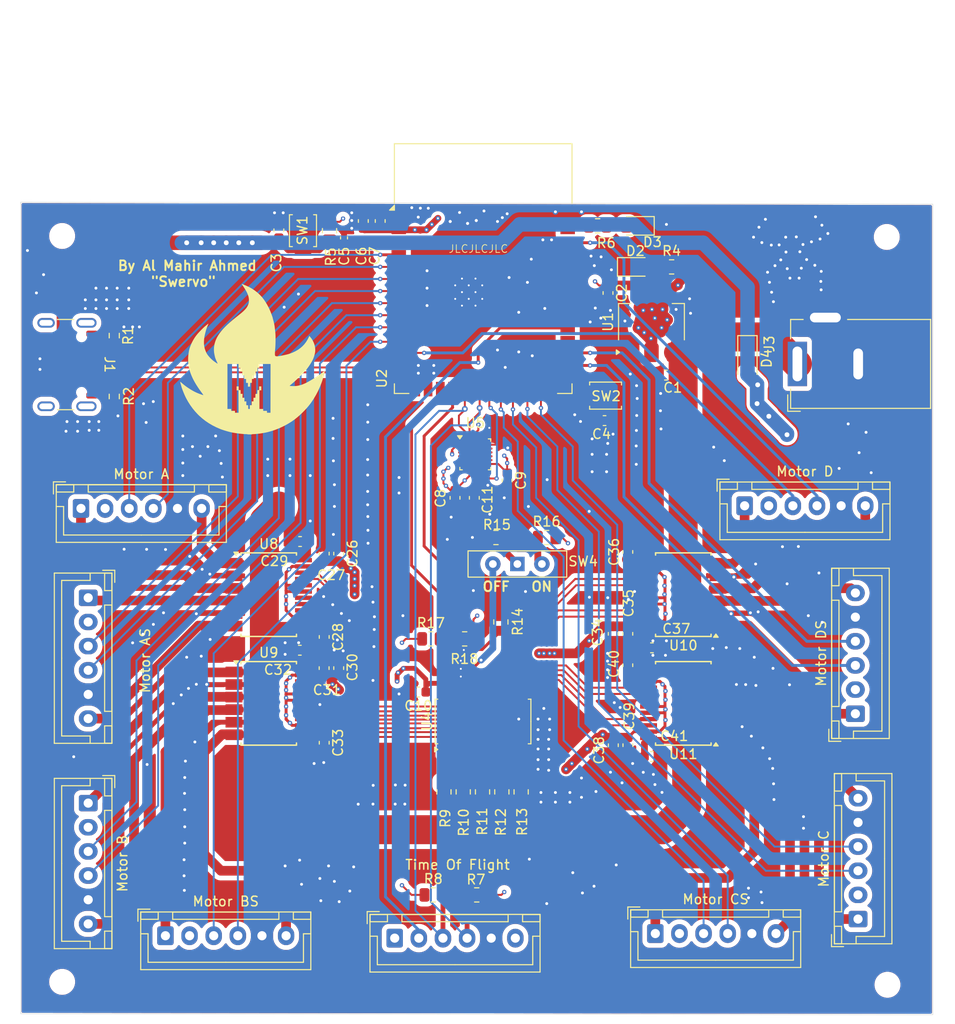
<source format=kicad_pcb>
(kicad_pcb (version 20240108) (generator "pcbnew") (generator_version "8.0")
  (layers (0 "F.Cu" signal) (1 "In1.Cu" power) (2 "In2.Cu" power) (31 "B.Cu" signal) (34 "B.Paste" user) (35 "F.Paste" user) (36 "B.SilkS" user "B.Silkscreen") (37 "F.SilkS" user "F.Silkscreen") (38 "B.Mask" user) (39 "F.Mask" user) (44 "Edge.Cuts" user))
  (net 0 "")
  (net 1 "V_STABLE")
  (net 2 "GND")
  (net 3 "+3.3V")
  (net 4 "ENABLE")
  (net 5 "IO0")
  (net 6 "Net-(D2-A)")
  (net 7 "Net-(D3-A)")
  (net 8 "VBUS")
  (net 10 "D+")
  (net 11 "D-")
  (net 13 "Net-(J1-CC2)")
  (net 16 "Net-(J1-CC1)")
  (net 19 "GPIO1_1")
  (net 20 "LED1")
  (net 22 "RX_ESP")
  (net 23 "MA2")
  (net 24 "MA1")
  (net 25 "ENCA1")
  (net 26 "ENCA2")
  (net 29 "ENCAS2")
  (net 30 "TX_ESP")
  (net 31 "MAS1")
  (net 32 "ENCAS1")
  (net 33 "MAS2")
  (net 34 "INT")
  (net 36 "ENCB1")
  (net 37 "ENCB2")
  (net 38 "MB1")
  (net 39 "MB2")
  (net 40 "MBS1")
  (net 41 "ENCBS1")
  (net 42 "ENCBS2")
  (net 43 "MBS2")
  (net 44 "MC1")
  (net 45 "ENCC1")
  (net 46 "ENCC2")
  (net 47 "MC2")
  (net 48 "MCS1")
  (net 49 "MCS2")
  (net 50 "ENCCS1")
  (net 51 "ENCCS2")
  (net 52 "ENCD2")
  (net 53 "MD2")
  (net 54 "MD1")
  (net 55 "ENCD1")
  (net 56 "MDS2")
  (net 57 "ENCDS1")
  (net 58 "MDS1")
  (net 59 "ENCDS2")
  (net 60 "SCL0")
  (net 61 "SDA0")
  (net 62 "Net-(U4-A0)")
  (net 63 "Net-(U4-A1)")
  (net 64 "Net-(U4-A2)")
  (net 65 "Net-(U4-A3)")
  (net 66 "Net-(U4-A4)")
  (net 67 "Net-(U4-A5)")
  (net 68 "Net-(SW4-A)")
  (net 69 "Net-(SW4-C)")
  (net 70 "SDA1")
  (net 72 "SCL1")
  (net 76 "CIN_1")
  (net 77 "BIN_1")
  (net 78 "AIN_2")
  (net 79 "ASIN_1")
  (net 80 "BSIN_1")
  (net 81 "BIN_2")
  (net 82 "DSIN_2")
  (net 83 "AIN_1")
  (net 84 "DSIN_1")
  (net 85 "ASIN_2")
  (net 86 "CSIN_1")
  (net 87 "BSIN_2")
  (net 88 "CSIN_2")
  (net 89 "DIN_2")
  (net 90 "CIN_2")
  (net 91 "DIN_1")
  (net 92 "OD")
  (net 93 "Net-(U5-REGOUT)")
  (footprint "LED_SMD:LED_0805_2012Metric_Pad1.15x1.40mm_HandSolder" (layer "F.Cu") (at 174.509999 35.6475 180)
    (property "Reference" "D3")
    (property "Value" "LED")
  )
  (footprint "Capacitor_SMD:C_0603_1608Metric" (layer "F.Cu") (at 146.235 35.1475 90)
    (property "Reference" "C6")
    (property "Value" "10u")
  )
  (footprint "Capacitor_SMD:C_0603_1608Metric" (layer "F.Cu") (at 171.584999 42.5975 -90)
    (property "Reference" "C2")
    (property "Value" "22u")
  )
  (footprint "MountingHole:MountingHole_2.2mm_M2" (layer "F.Cu") (at 115.035 113.8975)
    (property "Reference" "H3" (hide yes))
    (property "Value" "MountingHole")
  )
  (footprint "Connector_JST:JST_XH_B6B-XH-A_1x06_P2.50mm_Vertical" (layer "F.Cu") (at 185.735 64.6225)
    (property "Reference" "Motor D")
    (property "Value" "Motor C Swerve")
  )
  (footprint "Capacitor_SMD:C_0603_1608Metric" (layer "F.Cu") (at 151.935 83.8975 180)
    (property "Reference" "C10")
    (property "Value" "10u")
  )
  (footprint "Package_SO:SSOP-24_5.3x8.2mm_P0.65mm" (layer "F.Cu") (at 136.435 73.8225)
    (property "Reference" "U8")
    (property "Value" "TB6612FNG")
  )
  (footprint "Capacitor_SMD:C_0603_1608Metric" (layer "F.Cu") (at 142.185 69.5725 -90)
    (property "Reference" "C27")
    (property "Value" "10uF")
  )
  (footprint "Resistor_SMD:R_0805_2012Metric" (layer "F.Cu") (at 178.172499 39.8975)
    (property "Reference" "R4")
    (property "Value" "10k")
  )
  (footprint "Resistor_SMD:R_0805_2012Metric" (layer "F.Cu") (at 160.584998 94.235 -90)
    (property "Reference" "R12")
    (property "Value" "10k")
  )
  (footprint "Capacitor_SMD:C_0603_1608Metric" (layer "F.Cu") (at 177.584999 51.0975 180)
    (property "Reference" "C1")
    (property "Value" "22u")
  )
  (footprint "Button_Switch_SMD:SW_SPST_B3U-1000P" (layer "F.Cu") (at 139.985 36.1475 -90)
    (property "Reference" "SW1")
    (property "Value" "SW_Push")
  )
  (footprint "Resistor_SMD:R_0805_2012Metric" (layer "F.Cu") (at 156.735 78.3975 180)
    (property "Reference" "R18")
    (property "Value" "2.2k")
  )
  (footprint "Package_TO_SOT_SMD:SOT-223-3_TabPin2" (layer "F.Cu") (at 176.084999 45.5975 90)
    (property "Reference" "U1")
    (property "Value" "AMS1117-3.3")
  )
  (footprint "Capacitor_SMD:C_0402_1005Metric" (layer "F.Cu") (at 144.235 36.8975 -90)
    (property "Reference" "C5")
    (property "Value" "1u")
  )
  (footprint "Package_SO:SSOP-24_5.3x8.2mm_P0.65mm" (layer "F.Cu") (at 136.435 85.0725)
    (property "Reference" "U9")
    (property "Value" "TB6612FNG")
  )
  (footprint "Capacitor_SMD:C_0603_1608Metric" (layer "F.Cu") (at 143.685 81.4225 -90)
    (property "Reference" "C30")
    (property "Value" "0.1uF")
  )
  (footprint "Connector_JST:JST_XH_B6B-XH-A_1x06_P2.50mm_Vertical" (layer "F.Cu") (at 116.985 64.8975)
    (property "Reference" "Motor A")
    (property "Value" "Motor B")
  )
  (footprint "Capacitor_SMD:C_0603_1608Metric" (layer "F.Cu") (at 176.135 79.3225)
    (property "Reference" "C37")
    (property "Value" "10uF")
  )
  (footprint "Package_SO:SSOP-24_5.3x8.2mm_P0.65mm" (layer "F.Cu") (at 179.385 73.8225 180)
    (property "Reference" "U10")
    (property "Value" "TB6612FNG")
  )
  (footprint "Diode_SMD:D_SOD-123" (layer "F.Cu") (at 186.025 49.37 -90)
    (property "Reference" "D4")
    (property "Value" "1N4148W")
  )
  (footprint "Capacitor_SMD:C_0603_1608Metric" (layer "F.Cu") (at 172.135 89.4025 90)
    (property "Reference" "C38")
    (property "Value" "0.1uF")
  )
  (footprint "Capacitor_SMD:C_0603_1608Metric" (layer "F.Cu") (at 173.645 89.3975 90)
    (property "Reference" "C39")
    (property "Value" "10uF")
  )
  (footprint "Capacitor_SMD:C_0603_1608Metric" (layer "F.Cu") (at 172.125 77.8725 90)
    (property "Reference" "C34")
    (property "Value" "0.1uF")
  )
  (footprint "Connector_JST:JST_XH_B6B-XH-A_1x06_P2.50mm_Vertical" (layer "F.Cu") (at 197.485 107.3975 90)
    (property "Reference" "Motor C")
    (property "Value" "Motor D Swerve")
  )
  (footprint "LED_SMD:LED_0805_2012Metric_Pad1.15x1.40mm_HandSolder" (layer "F.Cu") (at 174.422499 39.8975)
    (property "Reference" "D2")
    (property "Value" "LED")
  )
  (footprint "Resistor_SMD:R_0805_2012Metric" (layer "F.Cu") (at 142.735 36.1475 -90)
    (property "Reference" "R5")
    (property "Value" "10k")
  )
  (footprint "Button_Switch_SMD:SW_SPST_B3U-1000P" (layer "F.Cu") (at 171.33 53.22 180)
    (property "Reference" "SW2")
    (property "Value" "SW_Push")
  )
  (footprint "RF_Module:ESP32-S3-WROOM-1" (layer "F.Cu") (at 158.655 40.0475)
    (property "Reference" "U2")
    (property "Value" "ESP32-S3-WROOM-1")
  )
  (footprint "Package_SO:TSSOP-28_4.4x9.7mm_P0.65mm" (layer "F.Cu") (at 158.635 86.9475 90)
    (property "Reference" "U4")
    (property "Value" "PCA9685PW")
  )
  (footprint "Capacitor_SMD:C_0603_1608Metric" (layer "F.Cu") (at 142.175 81.4225 -90)
    (property "Reference" "C31")
    (property "Value" "10uF")
  )
  (footprint "Capacitor_SMD:C_0603_1608Metric" (layer "F.Cu") (at 176.135 90.5725)
    (property "Reference" "C41")
    (property "Value" "10uF")
  )
  (footprint "Capacitor_SMD:C_0603_1608Metric" (layer "F.Cu") (at 155.735 63.7975 -90)
    (property "Reference" "C8")
    (property "Value" "10n")
  )
  (footprint "Resistor_SMD:R_0805_2012Metric" (layer "F.Cu") (at 170.509999 35.6475 180)
    (property "Reference" "R6")
    (property "Value" "10k")
  )
  (footprint "Capacitor_SMD:C_0603_1608Metric" (layer "F.Cu") (at 171.225 55.8075)
    (property "Reference" "C4")
    (property "Value" "0.1u")
  )
  (footprint "Resistor_SMD:R_0805_2012Metric" (layer "F.Cu") (at 162.585 94.235 -90)
    (property "Reference" "R13")
    (property "Value" "10k")
  )
  (footprint "Capacitor_SMD:C_0603_1608Metric" (layer "F.Cu") (at 173.635 77.8725 90)
    (property "Reference" "C35")
    (property "Value" "10uF")
  )
  (footprint "Capacitor_SMD:C_0603_1608Metric" (layer "F.Cu") (at 143.685 69.5725 -90)
    (property "Reference" "C26")
    (property "Value" "0.1uF")
  )
  (footprint "Resistor_SMD:R_0805_2012Metric" (layer "F.Cu") (at 160.485 76.6475 90)
    (property "Reference" "R14")
    (property "Value" "10k")
  )
  (footprint "Resistor_SMD:R_0805_2012Metric" (layer "F.Cu") (at 157.985 104.8975 180)
    (property "Reference" "R7")
    (property "Value" "4.9k")
  )
  (footprint "Capacitor_SMD:C_0603_1608Metric" (layer "F.Cu") (at 142.185 89.1475 -90)
    (property "Reference" "C33")
    (property "Value" "10uF")
  )
  (footprint "Connector_USB:USB_C_Receptacle_GCT_USB4105-xx-A_16P_TopMnt_Horizontal" (layer "F.Cu") (at 114.445 50.0075 -90)
    (property "Reference" "J1")
    (property "Value" "USB_C_Receptacle_USB2.0_16P")
  )
  (footprint "Capacitor_SMD:C_0603_1608Metric" (layer "F.Cu") (at 161.135 61.9975 -90)
    (property "Reference" "C9")
    (property "Value" "0.1u")
  )
  (footprint "Capacitor_SMD:C_0603_1608Metric" (layer "F.Cu") (at 173.635 69.3975 90)
    (property "Reference" "C36")
    (property "Value" "0.1uF")
  )
  (footprint "Capacitor_SMD:C_0603_1608Metric" (layer "F.Cu") (at 139.685 68.3225 180)
    (property "Reference" "C29")
    (property "Value" "10uF")
  )
  (footprint "Resistor_SMD:R_0805_2012Metric" (layer "F.Cu") (at 153.235 78.3975)
    (property "Reference" "R17")
    (property "Value" "2.2k")
  )
  (footprint "logo:motamoti_logo" (layer "F.Cu") (at 134.764093 49.447698)
    (property "Reference" "G***" (hide yes))
    (property "Value" "LOGO" (hide yes))
  )
  (footprint "Package_SO:SSOP-24_5.3x8.2mm_P0.65mm" (layer "F.Cu") (at 179.385 85.0725 180)
    (property "Reference" "U11")
    (property "Value" "TB6612FNG")
  )
  (footprint "Resistor_SMD:R_0805_2012Metric" (layer "F.Cu") (at 154.584999 94.235 -90)
    (property "Reference" "R9")
    (property "Value" "10k")
  )
  (footprint "Resistor_SMD:R_0805_2012Metric" (layer "F.Cu") (at 159.975 67.9075 180)
    (property "Reference" "R15")
    (property "Value" "10k")
  )
  (footprint "Button_Switch_THT:SW_Slide-03_Wuerth-WS-SLTV_10x2.5x6.4_P2.54mm" (layer "F.Cu") (at 162.195 70.6475)
    (property "Reference" "SW4")
    (property "Value" "MOTOR HARD SW")
  )
  (footprint "Connector_JST:JST_XH_B6B-XH-A_1x06_P2.50mm_Vertical" (layer "F.Cu") (at 125.735 109.1225)
    (property "Reference" "Motor BS")
    (property "Value" "Motor A Swerve")
  )
  (footprint "Resistor_SMD:R_0603_1608Metric" (layer "F.Cu") (at 120.435 47.0075 -90)
    (property "Reference" "R1")
    (property "Value" "5.7k")
  )
  (footprint "Connector_JST:JST_XH_B6B-XH-A_1x06_P2.50mm_Vertical" (layer "F.Cu") (at 117.735 95.3975 -90)
    (property "Reference" "Motor B")
    (property "Value" "Motor A")
  )
  (footprint "Resistor_SMD:R_0805_2012Metric" (layer "F.Cu") (at 153.485 104.8975)
    (property "Reference" "R8")
    (property "Value" "4.9k")
  )
  (footprint "Connector_JST:JST_XH_B6B-XH-A_1x06_P2.50mm_Vertical" (layer "F.Cu") (at 149.485 109.3725)
    (property "Reference" "Time Of Flight")
    (property "Value" "VL53L0X Breakout")
  )
  (footprint "Sensor_Motion:InvenSense_QFN-24_3x3mm_P0.4mm" (layer "F.Cu") (at 157.835 59.2975)
    (property "Reference" "U5")
    (property "Value" "MPU-9250")
  )
  (footprint "Connector_JST:JST_XH_B6B-XH-A_1x06_P2.50mm_Vertical" (layer "F.Cu") (at 197.21 86.1475 90)
    (property "Reference" "Motor DS")
    (property "Value" "Motor C")
  )
  (footprint "Capacitor_SMD:C_0603_1608Metric" (layer "F.Cu") (at 137.485 36.1075 90)
    (property "Reference" "C3")
    (property "Value" "0.1u")
  )
  (footprint "Connector_BarrelJack:BarrelJack_GCT_DCJ200-10-A_Horizontal" (layer "F.Cu") (at 191.2 49.94 90)
    (property "Reference" "J3")
    (property "Value" "Barrel_Jack_Switch")
  )
  (footprint "Capacitor_SMD:C_0603_1608Metric" (layer "F.Cu") (at 142.185 78.1975 -90)
    (property "Reference" "C28")
    (property "Value" "0.1uF")
  )
  (footprint "Connector_JST:JST_XH_B6B-XH-A_1x06_P2.50mm_Vertical" (layer "F.Cu") (at 176.485 108.8975)
    (property "Reference" "Motor CS")
    (property "Value" "Motor D")
  )
  (footprint "MountingHole:MountingHole_2.2mm_M2" (layer "F.Cu") (at 200.46 36.7975)
    (property "Reference" "H2" (hide yes))
    (property "Value" "MountingHole")
  )
  (footprint "Capacitor_SMD:C_0603_1608Metric" (layer "F.Cu") (at 147.985 35.1475 90)
    (property "Reference" "C7")
    (property "Value" "0.1u")
  )
  (footprint "Resistor_SMD:R_0603_1608Metric" (layer "F.Cu") (at 120.435 53.3075 90)
    (property "Reference" "R2")
    (property "Value" "5.7k")
  )
  (footprint "Resistor_SMD:R_0805_2012Metric" (layer "F.Cu") (at 165.225 67.9075)
    (property "Reference" "R16")
    (property "Value" "10k")
  )
  (footprint "Capacitor_SMD:C_0603_1608Metric" (layer "F.Cu") (at 173.635 81.1225 90)
    (property "Reference" "C40")
    (property "Value" "0.1uF")
  )
  (footprint "Capacitor_SMD:C_0603_1608Metric" (layer "F.Cu") (at 139.66 79.5725 180)
    (property "Reference" "C32")
    (property "Value" "0.1uF")
  )
  (footprint "Resistor_SMD:R_0805_2012Metric" (layer "F.Cu") (at 156.584998 94.235 -90)
    (property "Reference" "R10")
    (property "Value" "10k")
  )
  (footprint "MountingHole:MountingHole_2.2mm_M2" (layer "F.Cu") (at 115.035 36.6975)
    (property "Reference" "H1" (hide yes))
    (property "Value" "MountingHole")
  )
  (footprint "Capacitor_SMD:C_0603_1608Metric" (layer "F.Cu") (at 157.735 63.7975 90)
    (property "Reference" "C11")
    (property "Value" "0.1u")
  )
  (footprint "Resistor_SMD:R_0805_2012Metric" (layer "F.Cu") (at 158.585 94.235 -90)
    (property "Reference" "R11")
    (property "Value" "10k")
  )
  (footprint "Connector_JST:JST_XH_B6B-XH-A_1x06_P2.50mm_Vertical" (layer "F.Cu") (at 117.735 74.1475 -90)
    (property "Reference" "Motor AS")
    (property "Value" "Motor B Swerve")
  )
  (footprint "MountingHole:MountingHole_2.2mm_M2" (layer "F.Cu") (at 200.535 114.1975)
    (property "Reference" "H4" (hide yes))
    (property "Value" "MountingHole")
  )
  (gr_poly (pts (xy 110.735 33.1975) (xy 205.235 33.3975) (xy 205.235 117.2975) (xy 110.735 117.1975)) (stroke (width 0.05)) (fill none) (layer "Edge.Cuts"))
  (gr_text "OFF   ON\n" (at 158.485 73.5775 0) (layer "F.SilkS") (effects (font (size 1 1) (thickness 0.2) (bold yes)) (justify left bottom)))
  (gr_text "By Al Mahir Ahmed" (at 120.7 40.36 0) (layer "F.SilkS") (effects (font (size 1 1) (thickness 0.2) (bold yes)) (justify left bottom)))
  (gr_text "JLCJLCJLC" (at 155.015 38.4975 0) (layer "F.SilkS") (effects (font (size 0.8 0.8) (thickness 0.08) (bold yes)) (justify left bottom)))
  (gr_text "{dblquote}Swervo{dblquote}" (at 124.13 42.01 0) (layer "F.SilkS") (effects (font (size 1 1) (thickness 0.2) (bold yes)) (justify left bottom)))
  (segment (start 142.185 88.3725) (end 140.31 88.3725) (width 1) (layer "F.Cu") (net 1))
  (segment (start 175.36 89.1975) (end 175.66 88.8975) (width 0.7) (layer "F.Cu") (net 1))
  (segment (start 136.235 77.3975) (end 135.985 77.6475) (width 1.5) (layer "F.Cu") (net 1))
  (segment (start 177.235 98.1475) (end 178.985 96.3975) (width 2) (layer "F.Cu") (net 1))
  (segment (start 189.49 48.23) (end 191.2 49.94) (width 3) (layer "F.Cu") (net 1))
  (segment (start 179.06 70.3975) (end 179.365 70.0925) (width 3) (layer "F.Cu") (net 1))
  (segment (start 175.36 89.1975) (end 175.785 88.7725) (width 0.7) (layer "F.Cu") (net 1))
  (segment (start 175.36 90.5725) (end 175.36 89.1975) (width 0.7) (layer "F.Cu") (net 1))
  (segment (start 188.4075 47.1475) (end 189.49 48.23) (width 3) (layer "F.Cu") (net 1))
  (segment (start 179.567499 48.285001) (end 182.084999 48.285001) (width 3) (layer "F.Cu") (net 1))
  (segment (start 136.335 81.4975) (end 135.985 81.1475) (width 0.4) (layer "F.Cu") (net 1))
  (segment (start 179.505 48.3475) (end 179.567499 48.285001) (width 3) (layer "F.Cu") (net 1))
  (segment (start 179.505 48.3475) (end 179.105 48.7475) (width 2) (layer "F.Cu") (net 1))
  (segment (start 140.035 70.1225) (end 136.46 70.1225) (width 0.7) (layer "F.Cu") (net 1))
  (segment (start 140.46 69.6975) (end 136.035 69.6975) (width 0.7) (layer "F.Cu") (net 1))
  (segment (start 179.735 71.0725) (end 179.06 70.3975) (width 3) (layer "F.Cu") (net 1))
  (segment (start 177.235 98.1475) (end 139.235 98.1475) (width 3) (layer "F.Cu") (net 1))
  (segment (start 179.735 77.3975) (end 179.735 71.0725) (width 3) (layer "F.Cu") (net 1))
  (segment (start 178.91 70.2475) (end 179.06 70.3975) (width 1.5) (layer "F.Cu") (net 1))
  (segment (start 182.084999 48.285001) (end 183.2225 47.1475) (width 3) (layer "F.Cu") (net 1))
  (segment (start 135.985 69.6475) (end 137.485 69.6475) (width 0.7) (layer "F.Cu") (net 1))
  (segment (start 179.835 81.4975) (end 179.985 81.6475) (width 1.5) (layer "F.Cu") (net 1))
  (segment (start 136.16 80.9725) (end 135.985 81.1475) (width 0.7) (layer "F.Cu") (net 1))
  (segment (start 179.735 88.6475) (end 179.735 81.8975) (width 3) (layer "F.Cu") (net 1))
  (segment (start 177.235 98.1475) (end 179.735 95.6475) (width 3) (layer "F.Cu") (net 1))
  (segment (start 175.91 77.6475) (end 179.985 77.6475) (width 0.7) (layer "F.Cu") (net 1))
  (segment (start 175.785 77.5225) (end 175.91 77.6475) (width 0.7) (layer "F.Cu") (net 1))
  (segment (start 175.61 81.6725) (end 175.785 81.4975) (width 1.2) (layer "F.Cu") (net 1))
  (segment (start 140.035 77.3975) (end 136.235 77.3975) (width 1.5) (layer "F.Cu") (net 1))
  (segment (start 183.2225 47.1475) (end 188.4075 47.1475) (width 3) (layer "F.Cu") (net 1))
  (segment (start 136.235 88.6475) (end 135.985 88.3975) (width 1.5) (layer "F.Cu") (net 1))
  (segment (start 175.785 70.2475) (end 178.91 70.2475) (width 1.5) (layer "F.Cu") (net 1))
  (segment (start 135.985 88.3975) (end 135.985 81.1475) (width 3) (layer "F.Cu") (net 1))
  (segment (start 136.46 70.1225) (end 135.985 69.6475) (width 0.7) (layer "F.Cu") (net 1))
  (segment (start 140.31 88.3725) (end 140.035 88.6475) (width 1) (layer "F.Cu") (net 1))
  (segment (start 135.985 66.1475) (end 137.485 64.6475) (width 3) (layer "F.Cu") (net 1))
  (segment (start 139.235 98.1475) (end 135.985 94.8975) (width 3) (layer "F.Cu") (net 1))
  (segment (start 136.035 69.6975) (end 135.985 69.6475) (width 0.7) (layer "F.Cu") (net 1))
  (segment (start 140.46 68.3225) (end 140.46 69.6975) (width 0.7) (layer "F.Cu") (net 1))
  (segment (start 173.635 81.8975) (end 173.86 81.6725) (width 1) (layer "F.Cu") (net 1))
  (segment (start 173.86 81.6725) (end 175.61 81.6725) (width 1) (layer "F.Cu") (net 1))
  (segment (start 142.185 77.4225) (end 140.06 77.4225) (width 1) (layer "F.Cu") (net 1))
  (segment (start 140.46 69.6975) (end 140.035 70.1225) (width 0.7) (layer "F.Cu") (net 1))
  (segment (start 173.635 70.1725) (end 175.71 70.1725) (width 1.2) (layer "F.Cu") (net 1))
  (segment (start 179.365 70.0925) (end 179.365 48.4875) (width 3) (layer "F.Cu") (net 1))
  (segment (start 135.985 69.6475) (end 135.985 66.1475) (width 3) (layer "F.Cu") (net 1))
  (segment (start 175.36 77.9475) (end 175.785 77.5225) (width 0.7) (layer "F.Cu") (net 1))
  (segment (start 140.435 80.9725) (end 136.16 80.9725) (width 0.7) (layer "F.Cu") (net 1))
  (segment (start 175.71 70.1725) (end 175.785 70.2475) (width 1.2) (layer "F.Cu") (net 1))
  (segment (start 179.105 48.7475) (end 178.384999 48.7475) (width 2) (layer "F.Cu") (net 1))
  (segment (start 179.365 48.4875) (end 179.505 48.3475) (width 3) (layer "F.Cu") (net 1))
  (segment (start 175.36 79.3225) (end 175.36 77.9475) (width 0.7) (layer "F.Cu") (net 1))
  (segment (start 179.735 95.6475) (end 179.735 89.1475) (width 3) (layer "F.Cu") (net 1))
  (segment (start 140.435 79.5725) (end 140.435 80.9725) (width 0.7) (layer "F.Cu") (net 1))
  (segment (start 140.035 88.6475) (end 136.235 88.6475) (width 1.5) (layer "F.Cu") (net 1))
  (segment (start 179.735 81.3975) (end 179.735 77.8975) (width 3) (layer "F.Cu") (net 1))
  (segment (start 175.785 81.4975) (end 179.835 81.4975) (width 1.5) (layer "F.Cu") (net 1))
  (segment (start 135.985 94.8975) (end 135.985 88.3975) (width 3) (layer "F.Cu") (net 1))
  (segment (start 140.06 77.4225) (end 140.035 77.3975) (width 1) (layer "F.Cu") (net 1))
  (segment (start 140.035 81.4975) (end 136.335 81.4975) (width 0.4) (layer "F.Cu") (net 1))
  (segment (start 175.66 88.8975) (end 179.985 88.8975) (width 0.7) (layer "F.Cu") (net 1))
  (segment (start 135.985 77.6475) (end 135.985 69.6475) (width 3) (layer "F.Cu") (net 1))
  (segment (start 135.985 81.1475) (end 135.985 77.6475) (width 3) (layer "F.Cu") (net 1))
  (segment (start 158.435 60.7975) (end 158.435 61.7975) (width 0.2) (layer "F.Cu") (net 2))
  (segment (start 141.535 85.3975) (end 141.735 85.1975) (width 0.2) (layer "F.Cu") (net 2))
  (segment (start 156.335 79.8575) (end 156.335 82.2975) (width 0.2) (layer "F.Cu") (net 2))
  (segment (start 159.285 56.57614) (end 158.435 57.42614) (width 0.2) (layer "F.Cu") (net 2))
  (segment (start 160.865 58.2975) (end 159.335 58.2975) (width 0.2) (layer "F.Cu") (net 2))
  (segment (start 173.585 84.7475) (end 172.835 85.4975) (width 0.2) (layer "F.Cu") (net 2))
  (segment (start 156.36 84.085) (end 156.36 82.3225) (width 0.2) (layer "F.Cu") (net 2))
  (segment (start 142.265 74.1475) (end 140.035 74.1475) (width 0.2) (layer "F.Cu") (net 2))
  (segment (start 175.785 84.7475) (end 173.585 84.7475) (width 0.2) (layer "F.Cu") (net 2))
  (segment (start 158.435 61.7975) (end 159.135 62.4975) (width 0.2) (layer "F.Cu") (net 2))
  (segment (start 140.035 85.3975) (end 141.535 85.3975) (width 0.2) (layer "F.Cu") (net 2))
  (segment (start 156.645 79.5475) (end 156.335 79.8575) (width 0.2) (layer "F.Cu") (net 2))
  (segment (start 161.195 58.6275) (end 160.865 58.2975) (width 0.2) (layer "F.Cu") (net 2))
  (segment (start 159.285 56.5575) (end 159.285 56.57614) (width 0.2) (layer "F.Cu") (net 2))
  (segment (start 158.435 57.42614) (end 158.435 57.7975) (width 0.2) (layer "F.Cu") (net 2))
  (segment (start 156.36 82.3225) (end 156.335 82.2975) (width 0.2) (layer "F.Cu") (net 2))
  (segment (start 175.785 73.4975) (end 174.335 73.4975) (width 0.2) (layer "F.Cu") (net 2))
  (via (at 117.435 43.3075) (size 0.6) (drill 0.3) (layers "F.Cu" "B.Cu") (net 2))
  (via (at 143.135 67.5875) (size 0.6) (drill 0.3) (layers "F.Cu" "B.Cu") (net 2))
  (via (at 188.735 93.3975) (size 0.6) (drill 0.3) (layers "F.Cu" "B.Cu") (net 2))
  (via (at 122.335 46.1075) (size 0.6) (drill 0.3) (layers "F.Cu" "B.Cu") (net 2))
  (via (at 116.635 56.9075) (size 0.6) (drill 0.3) (layers "F.Cu" "B.Cu") (net 2))
  (via (at 164.335 86.6975) (size 0.6) (drill 0.3) (layers "F.Cu" "B.Cu") (net 2))
  (via (at 187.625 89.6775) (size 0.6) (drill 0.3) (layers "F.Cu" "B.Cu") (net 2))
  (via (at 128.785 89.0675) (size 0.6) (drill 0.3) (layers "F.Cu" "B.Cu") (net 2))
  (via (at 168.835 92.7975) (size 0.6) (drill 0.3) (layers "F.Cu" "B.Cu") (net 2))
  (via (at 147.135 72.9975) (size 0.6) (drill 0.3) (layers "F.Cu" "B.Cu") (net 2))
  (via (at 183.63 59.95) (size 0.6) (drill 0.3) (layers "F.Cu" "B.Cu") (net 2))
  (via (at 138.035 44.0675) (size 0.6) (drill 0.3) (layers "F.Cu" "B.Cu") (net 2))
  (via (at 165.435 88.7975) (size 0.6) (drill 0.3) (layers "F.Cu" "B.Cu") (net 2))
  (via (at 142.135 91.1975) (size 0.6) (drill 0.3) (layers "F.Cu" "B.Cu") (net 2))
  (via (at 183.835 79.2975) (size 0.6) (drill 0.3) (layers "F.Cu" "B.Cu") (net 2))
  (via (at 193.67 40.36) (size 0.6) (drill 0.3) (layers "F.Cu" "B.Cu") (net 2))
  (via (at 116.635 55.9075) (size 0.6) (drill 0.3) (layers "F.Cu" "B.Cu") (net 2))
  (via (at 144.835 104.4975) (size 0.6) (drill 0.3) (layers "F.Cu" "B.Cu") (net 2))
  (via (at 188.11 40.45) (size 0.6) (drill 0.3) (layers "F.Cu" "B.Cu") (net 2))
  (via (at 176.445 93.4775) (size 0.6) (drill 0.3) (layers "F.Cu" "B.Cu") (net 2))
  (via (at 117.835 55.9075) (size 0.6) (drill 0.3) (layers "F.Cu" "B.Cu") (net 2))
  (via (at 174.135 91.2975) (size 0.6) (drill 0.3) (layers "F.Cu" "B.Cu") (net 2))
  (via (at 147.235 95.4975) (size 0.6) (drill 0.3) (layers "F.Cu" "B.Cu") (net 2))
  (via (at 193.55 37.01) (size 0.6) (drill 0.3) (layers "F.Cu" "B.Cu") (net 2))
  (via (at 195.525 60.7575) (size 0.6) (drill 0.3) (layers "F.Cu" "B.Cu") (net 2))
  (via (at 161.195 58.6275) (size 0.6) (drill 0.3) (layers "F.Cu" "B.Cu") (net 2))
  (via (at 168.935 104.6975) (size 0.6) (drill 0.3) (layers "F.Cu" "B.Cu") (net 2))
  (via (at 186.875 70.6475) (size 0.6) (drill 0.3) (layers "F.Cu" "B.Cu") (net 2))
  (via (at 145.035 35.0975) (size 0.6) (drill 0.3) (layers "F.Cu" "B.Cu") (net 2))
  (via (at 171.535 80.6975) (size 0.6) (drill 0.3) (layers "F.Cu" "B.Cu") (net 2))
  (via (at 123.405 77.9175) (size 0.6) (drill 0.3) (layers "F.Cu" "B.Cu") (net 2))
  (via (at 153.535 50.0975) (size 0.6) (drill 0.3) (layers "F.Cu" "B.Cu") (net 2))
  (via (at 146.705 65.7375) (size 0.6) (drill 0.3) (layers "F.Cu" "B.Cu") (net 2))
  (via (at 168.735 55.8975) (size 0.6) (drill 0.3) (layers "F.Cu" "B.Cu") (net 2))
  (via (at 171.535 82.3975) (size 0.6) (drill 0.3) (layers "F.Cu" "B.Cu") (net 2))
  (via (at 127.665 101.2575) (size 0.6) (drill 0.3) (layers "F.Cu" "B.Cu") (net 2))
  (via (at 128.125 83.5275) (size 0.6) (drill 0.3) (layers "F.Cu" "B.Cu") (net 2))
  (via (at 143.235 103.4975) (size 0.6) (drill 0.3) (layers "F.Cu" "B.Cu") (net 2))
  (via (at 174.54 52.19) (size 0.6) (drill 0.3) (layers "F.Cu" "B.Cu") (net 2))
  (via (at 177.635 35.4975) (size 0.6) (drill 0.3) (layers "F.Cu" "B.Cu") (net 2))
  (via (at 165.275 61.9175) (size 0.6) (drill 0.3) (layers "F.Cu" "B.Cu") (net 2))
  (via (at 127.735 99.5375) (size 0.6) (drill 0.3) (layers "F.Cu" "B.Cu") (net 2))
  (via (at 165.435 91.9975) (size 0.6) (drill 0.3) (layers "F.Cu" "B.Cu") (net 2))
  (via (at 120.735 44.2075) (size 0.6) (drill 0.3) (layers "F.Cu" "B.Cu") (net 2))
  (via (at 177.015 54.7875) (size 0.6) (drill 0.3) (layers "F.Cu" "B.Cu") (net 2))
  (via (at 112.735 50.5075) (size 0.6) (drill 0.3) (layers "F.Cu" "B.Cu") (net 2))
  (via (at 154.935 68.0975) (size 0.6) (drill 0.3) (layers "F.Cu" "B.Cu") (net 2))
  (via (at 127.805 91.0475) (size 0.6) (drill 0.3) (layers "F.Cu" "B.Cu") (net 2))
  (via (at 188.325 90.7975) (size 0.6) (drill 0.3) (layers "F.Cu" "B.Cu") (net 2))
  (via (at 152.965 33.8275) (size 0.6) (drill 0.3) (layers "F.Cu" "B.Cu") (net 2))
  (via (at 142.125 74.0175) (size 0.6) (drill 0.3) (layers "F.Cu" "B.Cu") (net 2))
  (via (at 124.475 53.8375) (size 0.6) (drill 0.3) (layers "F.Cu" "B.Cu") (net 2))
  (via (at 167.635 95.2975) (size 0.6) (drill 0.3) (layers "F.Cu" "B.Cu") (net 2))
  (via (at 180.135 44.6975) (size 0.6) (drill 0.3) (layers "F.Cu" "B.Cu") (net 2))
  (via (at 164.335 91.8975) (size 0.6) (drill 0.3) (layers "F.Cu" "B.Cu") (net 2))
  (via (at 182.435 79.3975) (size 0.6) (drill 0.3) (layers "F.Cu" "B.Cu") (net 2))
  (via (at 127.935 80.2975) (size 0.6) (drill 0.3) (layers "F.Cu" "B.Cu") (net 2))
  (via (at 164.635 94.2975) (size 0.6) (drill 0.3) (layers "F.Cu" "B.Cu") (net 2))
  (via (at 190.02 38.36) (size 0.6) (drill 0.3) (layers "F.Cu" "B.Cu") (net 2))
  (via (at 191.835 96.7975) (size 0.6) (drill 0.3) (layers "F.Cu" "B.Cu") (net 2))
  (via (at 193.08 34.71) (size 0.6) (drill 0.3) (layers "F.Cu" "B.Cu") (net 2))
  (via (at 129.535 71.1975) (size 0.6) (drill 0.3) (layers "F.Cu" "B.Cu") (net 2))
  (via (at 128.255 69.8575) (size 0.6) (drill 0.3) (layers "F.Cu" "B.Cu") (net 2))
  (via (at 171.535 79.8975) (size 0.6) (drill 0.3) (layers "F.Cu" "B.Cu") (net 2))
  (via (at 152.835 40.2975) (size 0.6) (drill 0.3) (layers "F.Cu" "B.Cu") (net 2))
  (via (at 198.315 57.0175) (size 0.6) (drill 0.3) (layers "F.Cu" "B.Cu") (net 2))
  (via (at 193.01 39.73) (size 0.6) (drill 0.3) (layers "F.Cu" "B.Cu") (net 2))
  (via (at 139.835 103.7975) (size 0.6) (drill 0.3) (layers "F.Cu" "B.Cu") (net 2))
  (via (at 150.535 95.4975) (size 0.6) (drill 0.3) (layers "F.Cu" "B.Cu") (net 2))
  (via (at 186.905 83.2175) (size 0.6) (drill 0.3) (layers "F.Cu" "B.Cu") (net 2))
  (via (at 174.605 53.5175) (size 0.6) (drill 0.3) (layers "F.Cu" "B.Cu") (net 2))
  (via (at 169.935 59.2975) (size 0.6) (drill 0.3) (layers "F.Cu" "B.Cu") (net 2))
  (via (at 171.435 59.2975) (size 0.6) (drill 0.3) (layers "F.Cu" "B.Cu") (net 2))
  (via (at 173.035 93.2975) (size 0.6) (drill 0.3) (layers "F.Cu" "B.Cu") (net 2))
  (via (at 176.235 78.5975) (size 0.6) (drill 0.3) (layers "F.Cu" "B.Cu") (net 2))
  (via (at 191.78 37.58) (size 0.6) (drill 0.3) (layers "F.Cu" "B.Cu") (net 2))
  (via (at 128.935 75.7975) (size 0.6) (drill 0.3) (layers "F.Cu" "B.Cu") (net 2))
  (via (at 152.835 43.8975) (size 0.6) (drill 0.3) (layers "F.Cu" "B.Cu") (net 2))
  (via (at 121.935 43.3075) (size 0.6) (drill 0.3) (layers "F.Cu" "B.Cu") (net 2))
  (via (at 119.635 43.3075) (size 0.6) (drill 0.3) (layers "F.Cu" "B.Cu") (net 2))
  (via (at 123.465 54.0575) (size 0.6) (drill 0.3) (layers "F.Cu" "B.Cu") (net 2))
  (via (at 159.335 65.4975) (size 0.6) (drill 0.3) (layers "F.Cu" "B.Cu") (net 2))
  (via (at 157.935 35.0975) (size 0.6) (drill 0.3) (layers "F.Cu" "B.Cu") (net 2))
  (via (at 138.135 79.9975) (size 0.6) (drill 0.3) (layers "F.Cu" "B.Cu") (net 2))
  (via (at 158.735 34.1075) (size 0.6) (drill 0.3) (layers "F.Cu" "B.Cu") (net 2))
  (via (at 169.735 45.5975) (size 0.6) (drill 0.3) (layers "F.Cu" "B.Cu") (net 2))
  (via (at 186.135 105.1975) (size 0.6) (drill 0.3) (layers "F.Cu" "B.Cu") (net 2))
  (via (at 152.145 33.8175) (size 0.6) (drill 0.3) (layers "F.Cu" "B.Cu") (net 2))
  (via (at 165.535 87.7975) (size 0.6) (drill 0.3) (layers "F.Cu" "B.Cu") (net 2))
  (via (at 131.325 58.9175) (size 0.6) (drill 0.3) (layers "F.Cu" "B.Cu") (net 2))
  (via (at 149.935 61.6975) (size 0.6) (drill 0.3) (layers "F.Cu" "B.Cu") (net 2))
  (via (at 117.435 44.2075) (size 0.6) (drill 0.3) (layers "F.Cu" "B.Cu") (net 2))
  (via (at 171.935 40.1975) (size 0.6) (drill 0.3) (layers "F.Cu" "B.Cu") (net 2))
  (via (at 169.935 61.0975) (size 0.6) (drill 0.3) (layers "F.Cu" "B.Cu") (net 2))
  (via (at 151.255 33.7675) (size 0.6) (drill 0.3) (layers "F.Cu" "B.Cu") (net 2))
  (via (at 147.335 79.1975) (size 0.6) (drill 0.3) (layers "F.Cu" "B.Cu") (net 2))
  (via (at 138.135 101.8975) (size 0.6) (drill 0.3) (layers "F.Cu" "B.Cu") (net 2))
  (via (at 139.515 42.7075) (size 0.6) (drill 0.3) (layers "F.Cu" "B.Cu") (net 2))
  (via (at 174.505 58.4275) (size 0.6) (drill 0.3) (layers "F.Cu" "B.Cu") (net 2))
  (via (at 119.635 44.2075) (size 0.6) (drill 0.3) (layers "F.Cu" "B.Cu") (net 2))
  (via (at 141.735 85.1975) (size 0.6) (drill 0.3) (layers "F.Cu" "B.Cu") (net 2))
  (via (at 157.635 73.3975) (size 0.6) (drill 0.3) (layers "F.Cu" "B.Cu") (net 2))
  (via (at 169.635 65.1975) (size 0.6) (drill 0.3) (layers "F.Cu" "B.Cu") (net 2))
  (via (at 193.63 41.4) (size 0.6) (drill 0.3) (layers "F.Cu" "B.Cu") (net 2))
  (via (at 130.005 83.1075) (size 0.6) (drill 0.3) (layers "F.Cu" "B.Cu") (net 2))
  (via (at 167.935 102.5975) (size 0.6) (drill 0.3) (layers "F.Cu" "B.Cu") (net 2))
  (via (at 191.09 36.79) (size 0.6) (drill 0.3) (layers "F.Cu" "B.Cu") (net 2))
  (via (at 151.935 50.8975) (size 0.6) (drill 0.3) (layers "F.Cu" "B.Cu") (net 2))
  (via (at 127.665 102.9175) (size 0.6) (drill 0.3) (layers "F.Cu" "B.Cu") (net 2))
  (via (at 173.89 50.99) (size 0.6) (drill 0.3) (layers "F.Cu" "B.Cu") (net 2))
  (via (at 144.785 76.5075) (size 0.6) (drill 0.3) (layers "F.Cu" "B.Cu") (net 2))
  (via (at 165.435 90.8975) (size 0.6) (drill 0.3) (layers "F.Cu" "B.Cu") (net 2))
  (via (at 186.66 36.82) (size 0.6) (drill 0.3) (layers "F.Cu" "B.Cu") (net 2))
  (via (at 156.335 82.2975) (size 0.45) (drill 0.2) (layers "F.Cu" "B.Cu") (net 2))
  (via (at 165.735 37.0975) (size 0.6) (drill 0.3) (layers "F.Cu" "B.Cu") (net 2))
  (via (at 150.565 93.5375) (size 0.6) (drill 0.3) (layers "F.Cu" "B.Cu") (net 2))
  (via (at 153.535 50.8975) (size 0.6) (drill 0.3) (layers "F.Cu" "B.Cu") (net 2))
  (via (at 172.435 101.7975) (size 0.6) (drill 0.3) (layers "F.Cu" "B.Cu") (net 2))
  (via (at 191.61 40.03) (size 0.6) (drill 0.3) (layers "F.Cu" "B.Cu") (net 2))
  (via (at 165.535 86.6975) (size 0.6) (drill 0.3) (layers "F.Cu" "B.Cu") (net 2))
  (via (at 143.24 64.69) (size 0.6) (drill 0.3) (layers "F.Cu" "B.Cu") (net 2))
  (via (at 189.99 36.82) (size 0.6) (drill 0.3) (layers "F.Cu" "B.Cu") (net 2))
  (via (at 160.635 34.7975) (size 0.6) (drill 0.3) (layers "F.Cu" "B.Cu") (net 2))
  (via (at 164.335 89.7975) (size 0.6) (drill 0.3) (layers "F.Cu" "B.Cu") (net 2))
  (via (at 164.335 87.7975) (size 0.6) (drill 0.3) (layers "F.Cu" "B.Cu") (net 2))
  (via (at 129.335 59.4975) (size 0.6) (drill 0.3) (layers "F.Cu" "B.Cu") (net 2))
  (via (at 185.845 83.1275) (size 0.6) (drill 0.3) (layers "F.Cu" "B.Cu") (net 2))
  (via (at 146.685 64.5175) (size 0.6) (drill 0.3) (layers "F.Cu" "B.Cu") (net 2))
  (via (at 146.685 61.4375) (size 0.6) (drill 0.3) (layers "F.Cu" "B.Cu") (net 2))
  (via (at 169.935 57.6975) (size 0.6) (drill 0.3) (layers "F.Cu" "B.Cu") (net 2))
  (via (at 123.835 91.3975) (size 0.6) (drill 0.3) (layers "F.Cu" "B.Cu") (net 2))
  (via (at 123.785 69.1275) (size 0.6) (drill 0.3) (layers "F.Cu" "B.Cu") (net 2))
  (via (at 143.545 78.5075) (size 0.6) (drill 0.3) (layers "F.Cu" "B.Cu") (net 2))
  (via (at 187.535 105.6975) (size 0.6) (drill 0.3) (layers "F.Cu" "B.Cu") (net 2))
  (via (at 136.335 59.7975) (size 0.6) (drill 0.3) (layers "F.Cu" "B.Cu") (net 2))
  (via (at 140.735 61.4975) (size 0.6) (drill 0.3) (layers "F.Cu" "B.Cu") (net 2))
  (via (at 174.555 55.2775) (size 0.6) (drill 0.3) (layers "F.Cu" "B.Cu") (net 2))
  (via (at 166.135 95.2975) (size 0.6) (drill 0.3) (layers "F.Cu" "B.Cu") (net 2))
  (via (at 127.535 58.7975) (size 0.6) (drill 0.3) (layers "F.Cu" "B.Cu") (net 2))
  (via (at 146.725 68.4975) (size 0.6) (drill 0.3) (layers "F.Cu" "B.Cu") (net 2))
  (via (at 130.335 71.6975) (size 0.6) (drill 0.3) (layers "F.Cu" "B.Cu") (net 2))
  (via (at 127.535 60.1975) (size 0.6) (drill 0.3) (layers "F.Cu" "B.Cu") (net 2))
  (via (at 159.285 56.5575) (size 0.45) (drill 0.2) (layers "F.Cu" "B.Cu") (net 2))
  (via (at 121.455 69.1175) (size 0.6) (drill 0.3) (layers "F.Cu" "B.Cu") (net 2))
  (via (at 191.305 68.8375) (size 0.6) (drill 0.3) (layers "F.Cu" "B.Cu") (net 2))
  (via (at 127.375 84.1975) (size 0.6) (drill 0.3) (layers "F.Cu" "B.Cu") (net 2))
  (via (at 120.815 55.3175) (size 0.6) (drill 0.3) (layers "F.Cu" "B.Cu") (net 2))
  (via (at 149.555 93.5175) (size 0.6) (drill 0.3) (layers "F.Cu" "B.Cu") (net 2))
  (via (at 125.745 69.1475) (size 0.6) (drill 0.3) (layers "F.Cu" "B.Cu") (net 2))
  (via (at 161.335 40.9975) (size 0.6) (drill 0.3) (layers "F.Cu" "B.Cu") (net 2))
  (via (at 191.46 38.33) (size 0.6) (drill 0.3) (layers "F.Cu" "B.Cu") (net 2))
  (via (at 188.31 41.49) (size 0.6) (drill 0.3) (layers "F.Cu" "B.Cu") (net 2))
  (via (at 127.535 57.3975) (size 0.6) (drill 0.3) (layers "F.Cu" "B.Cu") (net 2))
  (via (at 188.72 43.5) (size 0.6) (drill 0.3) (layers "F.Cu" "B.Cu") (net 2))
  (via (at 156.335 81.4975) (size 0.45) (drill 0.2) (layers "F.Cu" "B.Cu") (net 2))
  (via (at 147.365 77.4275) (size 0.6) (drill 0.3) (layers "F.Cu" "B.Cu") (net 2))
  (via (at 169.655 74.0875) (size 0.6) (drill 0.3) (layers "F.Cu" "B.Cu") (net 2))
  (via (at 130.365 78.4575) (size 0.6) (drill 0.3) (layers "F.Cu" "B.Cu") (net 2))
  (via (at 188.88 39.77) (size 0.6) (drill 0.3) (layers "F.Cu" "B.Cu") (net 2))
  (via (at 184.885 83.1175) (size 0.6) (drill 0.3) (layers "F.Cu" "B.Cu") (net 2))
  (via (at 151.935 50.0975) (size 0.6) (drill 0.3) (layers "F.Cu" "B.Cu") (net 2))
  (via (at 197.595 59.1275) (size 0.6) (drill 0.3) (layers "F.Cu" "B.Cu") (net 2))
  (via (at 164.835 37.0975) (size 0.6) (drill 0.3) (layers "F.Cu" "B.Cu") (net 2))
  (via (at 143.735 105.5975) (size 0.6) (drill 0.3) (layers "F.Cu" "B.Cu") (net 2))
  (via (at 120.735 43.3075) (size 0.6) (drill 0.3) (layers "F.Cu" "B.Cu") (net 2))
  (via (at 187.135 75.5975) (size 0.6) (drill 0.3) (layers "F.Cu" "B.Cu") (net 2))
  (via (at 127.535 61.4975) (size 0.6) (drill 0.3) (layers "F.Cu" "B.Cu") (net 2))
  (via (at 138.635 59.7975) (size 0.6) (drill 0.3) (layers "F.Cu" "B.Cu") (net 2))
  (via (at 151.925 34.7475) (size 0.6) (drill 0.3) (layers "F.Cu" "B.Cu") (net 2))
  (via (at 118.535 44.2075) (size 0.6) (drill 0.3) (layers "F.Cu" "B.Cu") (net 2))
  (via (at 160.135 35.1975) (size 0.6) (drill 0.3) (layers "F.Cu" "B.Cu") (net 2))
  (via (at 124.485 76.8975) (size 0.6) (drill 0.3) (layers "F.Cu" "B.Cu") (net 2))
  (via (at 191.835 97.9975) (size 0.6) (drill 0.3) (layers "F.Cu" "B.Cu") (net 2))
  (via (at 149.935 84.0975) (size 0.6) (drill 0.3) (layers "F.Cu" "B.Cu") (net 2))
  (via (at 171.555 58.1675) (size 0.6) (drill 0.3) (layers "F.Cu" "B.Cu") (net 2))
  (via (at 177.075 56.6675) (size 0.6) (drill 0.3) (layers "F.Cu" "B.Cu") (net 2))
  (via (at 116.235 90.5975) (size 0.6) (drill 0.3) (layers "F.Cu" "B.Cu") (net 2))
  (via (at 192.335 75.9975) (size 0.6) (drill 0.3) (layers "F.Cu" "B.Cu") (net 2))
  (via (at 146.695 54.1675) (size 0.6) (drill 0.3) (layers "F.Cu" "B.Cu") (net 2))
  (via (at 138.635 61.4975) (size 0.6) (drill 0.3) (layers "F.Cu" "B.Cu") (net 2))
  (via (at 145.035 34.2975) (size 0.6) (drill 0.3) (layers "F.Cu" "B.Cu") (net 2))
  (via (at 157.535 67.8975) (size 0.6) (drill 0.3) (layers "F.Cu" "B.Cu") (net 2))
  (via (at 162.335 48.6975) (size 0.6) (drill 0.3) (layers "F.Cu" "B.Cu") (net 2))
  (via (at 127.735 96.0775) (size 0.6) (drill 0.3) (layers "F.Cu" "B.Cu") (net 2))
  (via (at 189.655 68.8575) (size 0.6) (drill 0.3) (layers "F.Cu" "B.Cu") (net 2))
  (via (at 123.035 46.1075) (size 0.6) (drill 0.3) (layers "F.Cu" "B.Cu") (net 2))
  (via (at 185.235 79.3975) (size 0.6) (drill 0.3) (layers "F.Cu" "B.Cu") (net 2))
  (via (at 188.645 91.8075) (size 0.6) (drill 0.3) (layers "F.Cu" "B.Cu") (net 2))
  (via (at 137.935 34.2975) (size 0.6) (drill 0.3) (layers "F.Cu" "B.Cu") (net 2))
  (via (at 185.475 87.4875) (size 0.6) (drill 0.3) (layers "F.Cu" "B.Cu") (net 2))
  (via (at 171.835 92.1975) (size 0.6) (drill 0.3) (layers "F.Cu" "B.Cu") (net 2))
  (via (at 118.535 42.0975) (size 0.6) (drill 0.3) (layers "F.Cu" "B.Cu") (net 2))
  (via (at 187.22 35.79) (size 0.6) (drill 0.3) (layers "F.Cu" "B.Cu") (net 2))
  (via (at 121.435 46.1075) (size 0.6) (drill 0.3) (layers "F.Cu" "B.Cu") (net 2))
  (via (at 170.265 44.1575) (size 0.6) (drill 0.3) (layers "F.Cu" "B.Cu") (net 2))
  (via (at 169.825 38.7775) (size 0.6) (drill 0.3) (layers "F.Cu" "B.Cu") (net 2))
  (via (at 150.335 75.9975) (size 0.6) (drill 0.3) (layers "F.Cu" "B.Cu") (net 2))
  (via (at 186.735 80.2975) (size 0.6) (drill 0.3) (layers "F.Cu" "B.Cu") (net 2))
  (via (at 115.435 56.9075) (size 0.6) (drill 0.3) (layers "F.Cu" "B.Cu") (net 2))
  (via (at 168.835 94.7975) (size 0.6) (drill 0.3) (layers "F.Cu" "B.Cu") (net 2))
  (via (at 191.38 41.06) (size 0.6) (drill 0.3) (layers "F.Cu" "B.Cu") (net 2))
  (via (at 142.635 101.8975) (size 0.6) (drill 0.3) (layers "F.Cu" "B.Cu") (net 2))
  (via (at 112.735 49.4075) (size 0.6) (drill 0.3) (layers "F.Cu" "B.Cu") (net 2))
  (via (at 193.66 42.27) (size 0.6) (drill 0.3) (layers "F.Cu" "B.Cu") (net 2))
  (via (at 182.53 58.55) (size 0.6) (drill 0.3) (layers "F.Cu" "B.Cu") (net 2))
  (via (at 143.965 75.7675) (size 0.6) (drill 0.3) (layers "F.Cu" "B.Cu") (net 2))
  (via (at 178.635 44.2975) (size 0.6) (drill 0.3) (layers "F.Cu" "B.Cu") (net 2))
  (via (at 111.44 38.2) (size 0.6) (drill 0.3) (layers "F.Cu" "B.Cu") (net 2))
  (via (at 170.835 45.1975) (size 0.6) (drill 0.3) (layers "F.Cu" "B.Cu") (net 2))
  (via (at 131.635 61.6475) (size 0.6) (drill 0.3) (layers "F.Cu" "B.Cu") (net 2))
  (via (at 143.065 74.8575) (size 0.6) (drill 0.3) (layers "F.Cu" "B.Cu") (net 2))
  (via (at 193.435 71.5775) (size 0.6) (drill 0.3) (layers "F.Cu" "B.Cu") (net 2))
  (via (at 188.5 37.64) (size 0.6) (drill 0.3) (layers "F.Cu" "B.Cu") (net 2))
  (via (at 137.035 34.2975) (size 0.6) (drill 0.3) (layers "F.Cu" "B.Cu") (net 2))
  (via (at 145.035 35.8975) (size 0.6) (drill 0.3) (layers "F.Cu" "B.Cu") (net 2))
  (via (at 192.16 39.14) (size 0.6) (drill 0.3) (layers "F.Cu" "B.Cu") (net 2))
  (via (at 157.035 35.3975) (size 0.6) (drill 0.3) (layers "F.Cu" "B.Cu") (net 2))
  (via (at 186.335 75.6975) (size 0.6) (drill 0.3) (layers "F.Cu" "B.Cu") (net 2))
  (via (at 160.135 48.4975) (size 0.6) (drill 0.3) (layers "F.Cu" "B.Cu") (net 2))
  (via (at 155.335 65.7975) (size 0.6) (drill 0.3) (layers "F.Cu" "B.Cu") (net 2))
  (via (at 146.695 57.7675) (size 0.6) (drill 0.3) (layers "F.Cu" "B.Cu") (net 2))
  (via (at 177.175 94.2875) (size 0.6) (drill 0.3) (layers "F.Cu" "B.Cu") (net 2))
  (via (at 138.135 78.7975) (size 0.6) (drill 0.3) (layers "F.Cu" "B.Cu") (net 2))
  (via (at 156.645 79.5475) (size 0.45) (drill 0.2) (layers "F.Cu" "B.Cu") (net 2))
  (via (at 119.635 42.0975) (size 0.6) (drill 0.3) (layers "F.Cu" "B.Cu") (net 2))
  (via (at 143.215 79.5475) (size 0.6) (drill 0.3) (layers "F.Cu" "B.Cu") (net 2))
  (via (at 193.765 76.6875) (size 0.6) (drill 0.3) (layers "F.Cu" "B.Cu") (net 2))
  (via (at 156.335 80.6575) (size 0.45) (drill 0.2) (layers "F.Cu" "B.Cu") (net 2))
  (via (at 118.535 43.3075) (size 0.6) (drill 0.3) (layers "F.Cu" "B.Cu") (net 2))
  (via (at 188.675 81.4475) (size 0.6) (drill 0.3) (layers "F.Cu" "B.Cu") (net 2))
  (via (at 193.74 35.58) (size 0.6) (drill 0.3) (layers "F.Cu" "B.Cu") (net 2))
  (via (at 177.535 80.0975) (size 0.6) (drill 0.3) (layers "F.Cu" "B.Cu") (net 2))
  (via (at 130.935 57.3975) (size 0.6) (drill 0.3) (layers "F.Cu" "B.Cu") (net 2))
  (via (at 147.385 76.1075) (size 0.6) (drill 0.3) (layers "F.Cu" "B.Cu") (net 2))
  (via (at 146.685 59.8375) (size 0.6) (drill 0.3) (layers "F.Cu" "B.Cu") (net 2))
  (via (at 143.135 59.97) (size 0.6) (drill 0.3) (layers "F.Cu" "B.Cu") (net 2))
  (via (at 180.035 43.1975) (size 0.6) (drill 0.3) (layers "F.Cu" "B.Cu") (net 2))
  (via (at 186.435 88.4675) (size 0.6) (drill 0.3) (layers "F.Cu" "B.Cu") (net 2))
  (via (at 130.135 58.4975) (size 0.6) (drill 0.3) (layers "F.Cu" "B.Cu") (net 2))
  (via (at 143.1 57.65) (size 0.6) (drill 0.3) (layers "F.Cu" "B.Cu") (net 2))
  (via (at 172.835 85.4975) (size 0.6) (drill 0.3) (layers "F.Cu" "B.Cu") (net 2))
  (via (at 159.135 62.4975) (size 0.6) (drill 0.3) (layers "F.Cu" "B.Cu") (net 2))
  (via (at 127.695 104.4275) (size 0.6) (drill 0.3) (layers "F.Cu" "B.Cu") (net 2))
  (via (at 118.835 55.9075) (size 0.6) (drill 0.3) (layers "F.Cu" "B.Cu") (net 2))
  (via (at 121.935 42.0975) (size 0.6) (drill 0.3) (layers "F.Cu" "B.Cu") (net 2))
  (via (at 161.135 34.3975) (size 0.6) (drill 0.3) (layers "F.Cu" "B.Cu") (net 2))
  (via (at 189.48 39.17) (size 0.6) (drill 0.3) (layers "F.Cu" "B.Cu") (net 2))
  (via (at 164.635 95.2975) (size 0.6) (drill 0.3) (layers "F.Cu" "B.Cu") (net 2))
  (via (at 177.635 78.5975) (size 0.6) (drill 0.3) (layers "F.Cu" "B.Cu") (net 2))
  (via (at 163.735 49.0975) (size 0.6) (drill 0.3) (layers "F.Cu" "B.Cu") (net 2))
  (via (at 146.715 67.1575) (size 0.6) (drill 0.3) (layers "F.Cu" "B.Cu") (net 2))
  (via (at 190.135 72.6975) (size 0.6) (drill 0.3) (layers "F.Cu" "B.Cu") (net 2))
  (via (at 139.535 78.7975) (size 0.6) (drill 0.3) (layers "F.Cu" "B.Cu") (net 2))
  (via (at 188.775 95.0275) (size 0.6) (drill 0.3) (layers "F.Cu" "B.Cu") (net 2))
  (via (at 141.735 103.1975) (size 0.6) (drill 0.3) (layers "F.Cu" "B.Cu") (net 2))
  (via (at 122.335 78.8075) (size 0.6) (drill 0.3) (layers "F.Cu" "B.Cu") (net 2))
  (via (at 163.235 41.4975) (size 0.6) (drill 0.3) (layers "F.Cu" "B.Cu") (net 2))
  (via (at 126.545 85.0975) (size 0.6) (drill 0.3) (layers "F.Cu" "B.Cu") (net 2))
  (via (at 120.735 42.0975) (size 0.6) (drill 0.3) (layers "F.Cu" "B.Cu") (net 2))
  (via (at 128.935 83.0975) (size 0.6) (drill 0.3) (layers "F.Cu" "B.Cu") (net 2))
  (via (at 121.935 44.2075) (size 0.6) (drill 0.3) (layers "F.Cu" "B.Cu") (net 2))
  (via (at 177.035 52.9975) (size 0.6) (drill 0.3) (layers "F.Cu" "B.Cu") (net 2))
  (via (at 127.735 97.8475) (size 0.6) (drill 0.3) (layers "F.Cu" "B.Cu") (net 2))
  (via (at 170.865 38.8575) (size 0.6) (drill 0.3) (layers "F.Cu" "B.Cu") (net 2))
  (via (at 147.235 74.5975) (size 0.6) (drill 0.3) (layers "F.Cu" "B.Cu") (net 2))
  (via (at 170.135 103.9975) (size 0.6) (drill 0.3) (layers "F.Cu" "B.Cu") (net 2))
  (via (at 189.31 37.62) (size 0.6) (drill 0.3) (layers "F.Cu" "B.Cu") (net 2))
  (via (at 164.335 90.8975) (size 0.6) (drill 0.3) (layers "F.Cu" "B.Cu") (net 2))
  (via (at 117.835 56.8075) (size 0.6) (drill 0.3) (layers "F.Cu" "B.Cu") (net 2))
  (via (at 144.145 79.6375) (size 0.6) (drill 0.3) (layers "F.Cu" "B.Cu") (net 2))
  (via (at 162.335 44.5975) (size 0.6) (drill 0.3) (layers "F.Cu" "B.Cu") (net 2))
  (via (at 165.235 105.7975) (size 0.6) (drill 0.3) (layers "F.Cu" "B.Cu") (net 2))
  (via (at 173.695 74.3075) (size 0.6) (drill 0.3) (layers "F.Cu" "B.Cu") (net 2))
  (via (at 176.285 92.4275) (size 0.6) (drill 0.3) (layers "F.Cu" "B.Cu") (net 2))
  (via (at 155.235 35.1975) (size 0.6) (drill 0.3) (layers "F.Cu" "B.Cu") (net 2))
  (via (at 129.445 80.1875) (size 0.6) (drill 0.3) (layers "F.Cu" "B.Cu") (net 2))
  (via (at 184.335 75.7975) (size 0.6) (drill 0.3) (layers "F.Cu" "B.Cu") (net 2))
  (via (at 127.715 94.3875) (size 0.6) (drill 0.3) (layers "F.Cu" "B.Cu") (net 2))
  (via (at 163.035 73.4975) (size 0.6) (drill 0.3) (layers "F.Cu" "B.Cu") (net 2))
  (via (at 115.535 55.9075) (size 0.6) (drill 0.3) (layers "F.Cu" "B.Cu") (net 2))
  (via (at 113.11 40.7) (size 0.6) (drill 0.3) (layers "F.Cu" "B.Cu") (net 2))
  (via (at 160.835 63.7975) (size 0.6) (drill 0.3) (layers "F.Cu" "B.Cu") (net 2))
  (via (at 125.535 75.6975) (size 0.6) (drill 0.3) (layers "F.Cu" "B.Cu") (net 2))
  (via (at 174.525 56.8275) (size 0.6) (drill 0.3) (layers "F.Cu" "B.Cu") (net 2))
  (via (at 190.43 41.06) (size 0.6) (drill 0.3) (layers "F.Cu" "B.Cu") (net 2))
  (via (at 187.89 34.97) (size 0.6) (drill 0.3) (layers "F.Cu" "B.Cu") (net 2))
  (via (at 166.135 94.2975) (size 0.6) (drill 0.3) (layers "F.Cu" "B.Cu") (net 2))
  (via (at 163.635 39.0975) (size 0.6) (drill 0.3) (layers "F.Cu" "B.Cu") (net 2))
  (via (at 174.51 60.33) (size 0.6) (drill 0.3) (layers "F.Cu" "B.Cu") (net 2))
  (via (at 136.335 61.4975) (size 0.6) (drill 0.3) (layers "F.Cu" "B.Cu") (net 2))
  (via (at 163.335 64.6975) (size 0.6) (drill 0.3) (layers "F.Cu" "B.Cu") (net 2))
  (via (at 141.135 91.2975) (size 0.6) (drill 0.3) (layers "F.Cu" "B.Cu") (net 2))
  (via (at 172.105 57.2075) (size 0.6) (drill 0.3) (layers "F.Cu" "B.Cu") (net 2))
  (via (at 147.255 93.5575) (size 0.6) (drill 0.3) (layers "F.Cu" "B.Cu") (net 2))
  (via (at 118.835 56.8075) (size 0.6) (drill 0.3) (layers "F.Cu" "B.Cu") (net 2))
  (via (at 188.53 42.52) (size 0.6) (drill 0.3) (layers "F.Cu" "B.Cu") (net 2))
  (via (at 157.935 35.0975) (size 0.6) (drill 0.3) (layers "F.Cu" "B.Cu") (net 2))
  (via (at 184.61538 71.99712) (size 0.6) (drill 0.3) (layers "F.Cu" "B.Cu") (net 2))
  (via (at 123.735 55.9975) (size 0.6) (drill 0.3) (layers "F.Cu" "B.Cu") (net 2))
  (via (at 164.335 88.7975) (size 0.6) (drill 0.3) (layers "F.Cu" "B.Cu") (net 2))
  (via (at 160.935 50.2975) (size 0.6) (drill 0.3) (layers "F.Cu" "B.Cu") (net 2))
  (via (at 168.135 55.1975) (size 0.6) (drill 0.3) (layers "F.Cu" "B.Cu") (net 2))
  (via (at 127.735 92.7475) (size 0.6) (drill 0.3) (layers "F.Cu" "B.Cu") (net 2))
  (via (at 176.235 80.0975) (size 0.6) (drill 0.3) (layers "F.Cu" "B.Cu") (net 2))
  (via (at 146.685 63.1375) (size 0.6) (drill 0.3) (layers "F.Cu" "B.Cu") (net 2))
  (via (at 196.465 56.1475) (size 0.6) (drill 0.3) (layers "F.Cu" "B.Cu") (net 2))
  (via (at 141.835 105.4975) (size 0.6) (drill 0.3) (layers "F.Cu" "B.Cu") (net 2))
  (via (at 167.635 94.2975) (size 0.6) (drill 0.3) (layers "F.Cu" "B.Cu") (net 2))
  (via (at 145.235 101.9975) (size 0.6) (drill 0.3) (layers "F.Cu" "B.Cu") (net 2))
  (via (at 140.735 66.1975) (size 0.6) (drill 0.3) (layers "F.Cu" "B.Cu") (net 2))
  (via (at 145.705 95.5075) (size 0.6) (drill 0.3) (layers "F.Cu" "B.Cu") (net 2))
  (via (at 198.845 61.1975) (size 0.6) (drill 0.3) (layers "F.Cu" "B.Cu") (net 2))
  (via (at 173.335 45.4975) (size 0.6) (drill 0.3) (layers "F.Cu" "B.Cu") (net 2))
  (via (at 155.235 35.1975) (size 0.6) (drill 0.3) (layers "F.Cu" "B.Cu") (net 2))
  (via (at 174.335 73.4975) (size 0.6) (drill 0.3) (layers "F.Cu" "B.Cu") (net 2))
  (via (at 194.36 36.44) (size 0.6) (drill 0.3) (layers "F.Cu" "B.Cu") (net 2))
  (via (at 162.335 86.6975) (size 0.6) (drill 0.3) (layers "F.Cu" "B.Cu") (net 2))
  (via (at 168.835 34.1975) (size 0.6) (drill 0.3) (layers "F.Cu" "B.Cu") (net 2))
  (via (at 187.52 37.38) (size 0.6) (drill 0.3) (layers "F.Cu" "B.Cu") (net 2))
  (via (at 190.15 40.08) (size 0.6) (drill 0.3) (layers "F.Cu" "B.Cu") (net 2))
  (via (at 156.205 34.2675) (size 0.6) (drill 0.3) (layers "F.Cu" "B.Cu") (net 2))
  (via (at 131.505 60.2375) (size 0.6) (drill 0.3) (layers "F.Cu" "B.Cu") (net 2))
  (via (at 165.035 44.1975) (size 0.6) (drill 0.3) (layers "F.Cu" "B.Cu") (net 2))
  (via (at 171.535 81.5975) (size 0.6) (drill 0.3) (layers "F.Cu" "B.Cu") (net 2))
  (via (at 157.035 35.3975) (size 0.6) (drill 0.3) (layers "F.Cu" "B.Cu") (net 2))
  (via (at 112.37 42.59) (size 0.6) (drill 0.3) (layers "F.Cu" "B.Cu") (net 2))
  (via (at 166.135 34.1975) (size 0.6) (drill 0.3) (layers "F.Cu" "B.Cu") (net 2))
  (via (at 143.24 62.44) (size 0.6) (drill 0.3) (layers "F.Cu" "B.Cu") (net 2))
  (via (at 187.435 104.5975) (size 0.6) (drill 0.3) (layers "F.Cu" "B.Cu") (net 2))
  (via (at 147.235 82.6975) (size 0.6) (drill 0.3) (layers "F.Cu" "B.Cu") (net 2))
  (via (at 163.435 101.1975) (size 0.6) (drill 0.3) (layers "F.Cu" "B.Cu") (net 2))
  (via (at 164.935 85.5975) (size 0.6) (drill 0.3) (layers "F.Cu" "B.Cu") (net 2))
  (via (at 171.835 44.3975) (size 0.6) (drill 0.3) (layers "F.Cu" "B.Cu") (net 2))
  (via (at 172.235 84.9975) (size 0.6) (drill 0.3) (layers "F.Cu" "B.Cu") (net 2))
  (via (at 165.435 89.7975) (size 0.6) (drill 0.3) (layers "F.Cu" "B.Cu") (net 2))
  (via (at 128.535 58.4975) (size 0.6) (drill 0.3) (layers "F.Cu" "B.Cu") (net 2))
  (via (at 139.635 101.2975) (size 0.6) (drill 0.3) (layers "F.Cu" "B.Cu") (net 2))
  (via (at 175.235 92.2075) (size 0.6) (drill 0.3) (layers "F.Cu" "B.Cu") (net 2))
  (via (at 152.835 42.0975) (size 0.6) (drill 0.3) (layers "F.Cu" "B.Cu") (net 2))
  (via (at 190.385 83.1475) (size 0.6) (drill 0.3) (layers "F.Cu" "B.Cu") (net 2))
  (via (at 149.935 63.2975) (size 0.6) (drill 0.3) (layers "F.Cu" "B.Cu") (net 2))
  (via (at 149.535 95.4975) (size 0.6) (drill 0.3) (layers "F.Cu" "B.Cu") (net 2))
  (via (at 171.555 74.1375) (size 0.6) (drill 0.3) (layers "F.Cu" "B.Cu") (net 2))
  (via (at 186.135 104.1975) (size 0.6) (drill 0.3) (layers "F.Cu" "B.Cu") (net 2))
  (via (at 146.695 55.9675) (size 0.6) (drill 0.3) (layers "F.Cu" "B.Cu") (net 2))
  (via (at 171.435 61.0975) (size 0.6) (drill 0.3) (layers "F.Cu" "B.Cu") (net 2))
  (via (at 192.66 37.3) (size 0.6) (drill 0.3) (layers "F.Cu" "B.Cu") (net 2))
  (via (at 143.1 55.57) (size 0.6) (drill 0.3) (layers "F.Cu" "B.Cu") (net 2))
  (via (at 170.165 39.7675) (size 0.6) (drill 0.3) (layers "F.Cu" "B.Cu") (net 2))
  (via (at 170.335 94.1975) (size 0.6) (drill 0.3) (layers "F.Cu" "B.Cu") (net 2))
  (segment (start 177.485 85.8975) (end 177.485 86.7475) (width 0.3) (layer "F.Cu") (net 3))
  (segment (start 138.335 73.4975) (end 138.235 73.3975) (width 0.3) (layer "F.Cu") (net 3))
  (segment (start 157.235 60.7975) (end 157.235 61.5225) (width 0.2) (layer "F.Cu") (net 3))
  (segment (start 179.084999 41.347501) (end 179.084999 39.8975) (width 1) (layer "F.Cu") (net 3))
  (segment (start 177.485 75.7475) (end 177.535 75.7975) (width 0.3) (layer "F.Cu") (net 3))
  (segment (start 177.485 83.7475) (end 177.535 83.7975) (width 0.3) (layer "F.Cu") (net 3))
  (segment (start 140.035 82.1475) (end 138.86 82.1475) (width 0.3) (layer "F.Cu") (net 3))
  (segment (start 157.235 61.5225) (end 157.1475 61.61) (width 0.2) (layer "F.Cu") (net 3))
  (segment (start 138.235 82.7725) (end 138.235 82.9975) (width 0.3) (layer "F.Cu") (net 3))
  (segment (start 177.235 83.072499) (end 177.235 83.0975) (width 0.3) (layer "F.Cu") (net 3))
  (segment (start 177.135 76.7475) (end 175.785 76.7475) (width 0.3) (layer "F.Cu") (net 3))
  (segment (start 138.235 71.5225) (end 138.235 72.8975) (width 0.3) (layer "F.Cu") (net 3))
  (segment (start 169.335 89.7975) (end 167.835 91.2975) (width 1) (layer "F.Cu") (net 3))
  (segment (start 138.235 73.9975) (end 138.235 74.7975) (width 0.3) (layer "F.Cu") (net 3))
  (segment (start 168.335 79.8975) (end 166.035 79.8975) (width 1) (layer "F.Cu") (net 3))
  (segment (start 158.155 56.7775) (end 157.635 57.2975) (width 0.2) (layer "F.Cu") (net 3))
  (segment (start 177.485 74.6475) (end 177.485 74.7475) (width 0.3) (layer "F.Cu") (net 3))
  (segment (start 177.235 43.7975) (end 175.135 43.7975) (width 1.2) (layer "F.Cu") (net 3))
  (segment (start 144.135 34.8975) (end 143.7975 35.235) (width 0.2) (layer "F.Cu") (net 3))
  (segment (start 174.835 44.0975) (end 174.935 44.1975) (width 1.2) (layer "F.Cu") (net 3))
  (segment (start 177.485 85.6475) (end 177.535 85.6975) (width 0.3) (layer "F.Cu") (net 3))
  (segment (start 138.535 71.1975) (end 138.535 71.2225) (width 0.3) (layer "F.Cu") (net 3))
  (segment (start 167.235 91.8975) (end 167.585 91.5475) (width 1) (layer "F.Cu") (net 3))
  (segment (start 152.71 82.5725) (end 152.71 83.8975) (width 0.5) (layer "F.Cu") (net 3))
  (segment (start 177.485 76.3975) (end 177.135 76.7475) (width 0.3) (layer "F.Cu") (net 3))
  (segment (start 138.86 70.8975) (end 138.56 71.1975) (width 0.3) (layer "F.Cu") (net 3))
  (segment (start 138.635 87.0975) (end 138.635 87.1225) (width 0.3) (layer "F.Cu") (net 3))
  (segment (start 176.960001 71.5475) (end 177.410001 71.9975) (width 0.3) (layer "F.Cu") (net 3))
  (segment (start 173.985 76.7475) (end 173.635 77.0975) (width 0.3) (layer "F.Cu") (net 3))
  (segment (start 175.584999 45.6975) (end 176.084999 46.1975) (width 1.2) (layer "F.Cu") (net 3))
  (segment (start 144.935 71.0975) (end 144.435 71.0975) (width 1) (layer "F.Cu") (net 3))
  (segment (start 161.135 60.1975) (end 161.135 61.2225) (width 0.2) (layer "F.Cu") (net 3))
  (segment (start 160.21 60.2975) (end 161.135 61.2225) (width 0.2) (layer "F.Cu") (net 3))
  (segment (start 138.61 82.3975) (end 138.235 82.7725) (width 0.3) (layer "F.Cu") (net 3))
  (segment (start 153.335 35.4975) (end 153.965 34.8675) (width 0.7) (layer "F.Cu") (net 3))
  (segment (start 143.035 82.9975) (end 143.035 83.0975) (width 1) (layer "F.Cu") (net 3))
  (segment (start 138.235 86.7225) (end 138.61 87.0975) (width 0.3) (layer "F.Cu") (net 3))
  (segment (start 176.084999 45.547501) (end 176.084999 46.1975) (width 1.2) (layer "F.Cu") (net 3))
  (segment (start 158.8975 104.8975) (end 160.535 104.8975) (width 0.2) (layer "F.Cu") (net 3))
  (segment (start 177.485 86.7475) (end 177.535 86.7975) (width 0.3) (layer "F.Cu") (net 3))
  (segment (start 138.635 87.1225) (end 138.86 87.3475) (width 0.3) (layer "F.Cu") (net 3))
  (segment (start 145.335 72.8975) (end 145.335 73.7975) (width 1) (layer "F.Cu") (net 3))
  (segment (start 177.485 84.6475) (end 177.535 84.6975) (width 0.3) (layer "F.Cu") (net 3))
  (segment (start 177.710003 45.372503) (end 177.335 44.9975) (width 1.2) (layer "F.Cu") (net 3))
  (segment (start 155.435 58.82614) (end 155.96364 58.2975) (width 0.2) (layer "F.Cu") (net 3))
  (segment (start 161.135 59.7375) (end 161.135 60.1975) (width 0.2) (layer "F.Cu") (net 3))
  (segment (start 175.335 46.6975) (end 174.935 46.2975) (width 1.2) (layer "F.Cu") (net 3))
  (segment (start 151.575 36.0575) (end 149.905 36.0575) (width 0.7) (layer "F.Cu") (net 3))
  (segment (start 143.635 83.5975) (end 143.735 83.6975) (width 1) (layer "F.Cu") (net 3))
  (segment (start 150.385 81.4475) (end 151.585 81.4475) (width 0.5) (layer "F.Cu") (net 3))
  (segment (start 178.835 41.5975) (end 179.084999 41.347501) (width 1) (layer "F.Cu") (net 3))
  (segment (start 177.485 72.072499) (end 177.485 72.8475) (width 0.3) (layer "F.Cu") (net 3))
  (segment (start 177.435 73.7975) (end 177.485 73.8475) (width 0.3) (layer "F.Cu") (net 3))
  (segment (start 177.485 73.7475) (end 177.435 73.7975) (width 0.3) (layer "F.Cu") (net 3))
  (segment (start 140.035 73.4975) (end 138.335 73.4975) (width 0.3) (layer "F.Cu") (net 3))
  (segment (start 166.1375 67.9075) (end 166.845 67.9075) (width 0.2) (layer "F.Cu") (net 3))
  (segment (start 177.335 44.9975) (end 177.135 44.9975) (width 1.2) (layer "F.Cu") (net 3))
  (segment (start 143.7975 35.235) (end 142.735 35.235) (width 0.2) (layer "F.Cu") (net 3))
  (segment (start 170.66 41.8225) (end 170.235 41.3975) (width 0.2) (layer "F.Cu") (net 3))
  (segment (start 169.635 78.5975) (end 168.335 79.8975) (width 1) (layer "F.Cu") (net 3))
  (segment (start 154.41 83.32875) (end 154.07875 82.9975) (width 0.5) (layer "F.Cu") (net 3))
  (segment (start 138.235 73.3975) (end 138.235 73.9975) (width 0.3) (layer "F.Cu") (net 3))
  (segment (start 150.635 78.3975) (end 150.235 78.7975) (width 0.2) (layer "F.Cu") (net 3))
  (segment (start 166.035 79.8975) (end 165.535 79.8975) (width 1) (layer "F.Cu") (net 3))
  (segment (start 155.96364 58.2975) (end 156.335 58.2975) (width 0.2) (layer "F.Cu") (net 3))
  (segment (start 156.735 62.0225) (end 155.735 63.0225) (width 0.2) (layer "F.Cu") (net 3))
  (segment (start 154.41 84.085) (end 154.41 83.32875) (width 0.5) (layer "F.Cu") (net 3))
  (segment (start 176.935001 87.9975) (end 175.785 87.9975) (width 0.3) (layer "F.Cu") (net 3))
  (segment (start 171.584999 41.8225) (end 170.66 41.8225) (width 0.2) (layer "F.Cu") (net 3))
  (segment (start 145.335 71.4975) (end 145.335 72.1975) (width 1) (layer "F.Cu") (net 3))
  (segment (start 143.035 83.0975) (end 143.135 83.0975) (width 1) (layer "F.Cu") (net 3))
  (segment (start 154.535 61.0975) (end 154.935 60.6975) (width 0.2) (layer "F.Cu") (net 3))
  (segment (start 140.035 70.8975) (end 138.86 70.8975) (width 0.3) (layer "F.Cu") (net 3))
  (segment (start 145.335 71.4975) (end 144.935 71.0975) (width 1) (layer "F.Cu") (net 3))
  (segment (start 176.084999 48.747499) (end 176.084999 47.347499) (width 1.2) (layer "F.Cu") (net 3))
  (segment (start 152.3225 78.3975) (end 150.635 78.3975) (width 0.2) (layer "F.Cu") (net 3))
  (segment (start 175.785 74.1475) (end 177.485 74.1475) (width 0.3) (layer "F.Cu") (net 3))
  (segment (start 141.635 70.8975) (end 142.185 70.3475) (width 0.3) (layer "F.Cu") (net 3))
  (segment (start 138.235 85.3975) (end 138.235 86.2975) (width 0.3) (layer "F.Cu") (net 3))
  (segment (start 151.575 36.0575) (end 152.095 36.0575) (width 0.7) (layer "F.Cu") (net 3))
  (segment (start 166.845 67.9075) (end 167.435 68.4975) (width 0.2) (layer "F.Cu") (net 3))
  (segment (start 177.435 74.7975) (end 177.485 74.8475) (width 0.3) (layer "F.Cu") (net 3))
  (segment (start 172.125 77.0975) (end 173.635 77.0975) (width 1) (layer "F.Cu") (net 3))
  (segment (start 177.485 83.8475) (end 177.485 84.6475) (width 0.3) (layer "F.Cu") (net 3))
  (segment (start 177.485 73.8475) (end 177.485 74.1475) (width 0.3) (layer "F.Cu") (net 3))
  (segment (start 175.235 44.3975) (end 174.873889 45.6975) (width 1.2) (layer "F.Cu") (net 3))
  (segment (start 177.535 75.7975) (end 177.485 75.8475) (width 0.3) (layer "F.Cu") (net 3))
  (segment (start 138.235 84.6475) (end 138.235 85.3975) (width 0.3) (layer "F.Cu") (net 3))
  (segment (start 138.235 84.4975) (end 138.235 84.6475) (width 0.3) (layer "F.Cu") (net 3))
  (segment (start 138.235 74.7975) (end 138.235 75.4475) (width 0.3) (layer "F.Cu") (net 3))
  (segment (start 178.835 41.7975) (end 178.835 41.5975) (width 1) (layer "F.Cu") (net 3))
  (segment (start 155.26 63.0225) (end 155.735 63.0225) (width 0.2) (layer "F.Cu") (net 3))
  (segment (start 176.084999 42.447501) (end 175.459998 41.8225) (width 1) (layer "F.Cu") (net 3))
  (segment (start 175.785001 82.7975) (end 176.960001 82.7975) (width 0.3) (layer "F.Cu") (net 3))
  (segment (start 171.035 88.2975) (end 170.705 88.6275) (width 1) (layer "F.Cu") (net 3))
  (segment (start 177.435 72.022499) (end 177.485 72.072499) (width 0.3) (layer "F.Cu") (net 3))
  (segment (start 138.235 86.2975) (end 138.235 86.7225) (width 0.3) (layer "F.Cu") (net 3))
  (segment (start 153.035 82.9975) (end 152.71 83.3225) (width 0.5) (layer "F.Cu") (net 3))
  (segment (start 151.235 104.8975) (end 150.235 103.8975) (width 0.2) (layer "F.Cu") (net 3))
  (segment (start 152.775 36.0575) (end 153.335 35.4975) (width 0.7) (layer "F.Cu") (net 3))
  (segment (start 154.535 61.8075) (end 154.535 62.2975) (width 0.2) (layer "F.Cu") (net 3))
  (segment (start 138.86 82.1475) (end 138.635 82.3725) (width 0.3) (layer "F.Cu") (net 3))
  (segment (start 155.435 59.2975) (end 155.435 58.82614) (width 0.2) (layer "F.Cu") (net 3))
  (segment (start 177.334999 86.047501) (end 177.485 85.8975) (width 0.3) (layer "F.Cu") (net 3))
  (segment (start 143.685 70.3475) (end 142.185 70.3475) (width 1) (layer "F.Cu") (net 3))
  (segment (start 177.485 74.7475) (end 177.435 74.7975) (width 0.3) (layer "F.Cu") (net 3))
  (segment (start 175.785001 71.5475) (end 176.960001 71.5475) (width 0.3) (layer "F.Cu") (net 3))
  (segment (start 149.835 81.8975) (end 149.835 81.9975) (width 0.5) (layer "F.Cu") (net 3))
  (segment (start 160.535 104.8975) (end 160.835 104.5975) (width 0.2) (layer "F.Cu") (net 3))
  (segment (start 169.435 89.7975) (end 169.335 89.7975) (width 1) (layer "F.Cu") (net 3))
  (segment (start 174.935 46.2975) (end 174.735 46.1975) (width 1.2) (layer "F.Cu") (net 3))
  (segment (start 146.37 36.0575) (end 146.235 35.9225) (width 0.7) (layer "F.Cu") (net 3))
  (segment (start 175.135 43.7975) (end 174.835 44.0975) (width 1.2) (layer "F.Cu") (net 3))
  (segment (start 149.905 36.0575) (end 146.37 36.0575) (width 0.7) (layer "F.Cu") (net 3))
  (segment (start 152.135 36.0975) (end 152.175 36.0575) (width 0.7) (layer "F.Cu") (net 3))
  (segment (start 149.835 81.9975) (end 149.735 82.0975) (width 0.5) (layer "F.Cu") (net 3))
  (segment (start 176.435 45.1975) (end 176.084999 45.547501) (width 1.2) (layer "F.Cu") (net 3))
  (segment (start 170.705 88.6275) (end 170.505 88.6275) (width 1) (layer "F.Cu") (net 3))
  (segment (start 140.035 84.7475) (end 138.335 84.7475) (width 0.3) (layer "F.Cu") (net 3))
  (segment (start 175.459998 41.8225) (end 171.584999 41.8225) (width 1) (layer "F.Cu") (net 3))
  (segment (start 157.635 57.2975) (end 157.635 57.7975) (width 0.2) (layer "F.Cu") (net 3))
  (segment (start 138.56 71.1975) (end 138.535 71.1975) (width 0.3) (layer "F.Cu") (net 3))
  (segment (start 175.785 76.7475) (end 173.76 76.7475) (width 0.3) (layer "F.Cu") (net 3))
  (segment (start 138.235 84.1475) (end 138.235 84.4975) (width 0.3) (layer "F.Cu") (net 3))
  (segment (start 177.485 83.322499) (end 177.485 83.7475) (width 0.3) (layer "F.Cu") (net 3))
  (segment (start 157.1475 61.61) (end 156.76 61.9975) (width 0.2) (layer "F.Cu") (net 3))
  (segment (start 177.435 46.1975) (end 177.035 46.5975) (width 1.2) (layer "F.Cu") (net 3))
  (segment (start 177.035 46.5975) (end 176.835 46.5975) (width 1.2) (layer "F.Cu") (net 3))
  (segment (start 154.935 60.6975) (end 155.035 60.6975) (width 0.2) (layer "F.Cu") (net 3))
  (segment (start 138.285 84.0975) (end 138.235 84.1475) (width 0.3) (layer "F.Cu") (net 3))
  (segment (start 177.535 85.6975) (end 177.485 85.7475) (width 0.3) (layer "F.Cu") (net 3))
  (segment (start 176.084999 42.447501) (end 177.984999 42.447501) (width 1) (layer "F.Cu") (net 3))
  (segment (start 175.335 46.6975) (end 175.935 47.2975) (width 1.2) (layer "F.Cu") (net 3))
  (segment (start 143.135 83.0975) (end 143.635 83.5975) (width 1) (layer "F.Cu") (net 3))
  (segment (start 150.385 81.4475) (end 149.935 81.8975) (width 0.5) (layer "F.Cu") (net 3))
  (segment (start 172.135 88.6275) (end 171.365 88.6275) (width 1) (layer "F.Cu") (net 3))
  (segment (start 177.485 85.7475) (end 177.485 85.8975) (width 0.3) (layer "F.Cu") (net 3))
  (segment (start 177.035 44.2975) (end 177.235 44.2975) (width 1.2) (layer "F.Cu") (net 3))
  (segment (start 173.64 88.6275) (end 173.645 88.6225) (width 1) (layer "F.Cu") (net 3))
  (segment (start 172.125 77.0975) (end 171.135 77.0975) (width 1) (layer "F.Cu") (net 3))
  (segment (start 177.485 72.9475) (end 177.485 73.7475) (width 0.3) (layer "F.Cu") (net 3))
  (segment (start 138.535 71.2225) (end 138.235 71.5225) (width 0.3) (layer "F.Cu") (net 3))
  (segment (start 175.785 86.047501) (end 177.334999 86.047501) (width 0.3) (layer "F.Cu") (net 3))
  (segment (start 175.785 85.3975) (end 177.485 85.3975) (width 0.3) (layer "F.Cu") (net 3))
  (segment (start 157.6475 76.385) (end 158.035 75.9975) (width 0.2) (layer "F.Cu") (net 3))
  (segment (start 151.585 81.4475) (end 152.71 82.5725) (width 0.5) (layer "F.Cu") (net 3))
  (segment (start 145.335 72.397497) (end 145.335 72.8975) (width 1) (layer "F.Cu") (net 3))
  (segment (start 138.235 82.9975) (end 138.235 83.6975) (width 0.3) (layer "F.Cu") (net 3))
  (segment (start 143.685 82.1975) (end 142.935 82.1975) (width 1) (layer "F.Cu") (net 3))
  (segment (start 177.485 87.447501) (end 176.935001 87.9975) (width 0.3) (layer "F.Cu") (net 3))
  (segment (start 177.435 45.647506) (end 177.435 46.1975) (width 1.2) (layer "F.Cu") (net 3))
  (segment (start 171.365 88.6275) (end 171.035 88.2975) (width 1) (layer "F.Cu") (net 3))
  (segment (start 177.485 75.8475) (end 177.485 76.3975) (width 0.3) (layer "F.Cu") (net 3))
  (segment (start 174.873889 45.6975) (end 175.584999 45.6975) (width 1.2) (layer "F.Cu") (net 3))
  (segment (start 152.71 83.3225) (end 152.71 83.8975) (width 0.5) (layer "F.Cu") (net 3))
  (segment (start 158.155 56.2275) (end 158.155 56.7775) (width 0.2) (layer "F.Cu") (net 3))
  (segment (start 175.785 76.7475) (end 173.985 76.7475) (width 0.3) (layer "F.Cu") (net 3))
  (segment (start 142.935 82.8975) (end 143.035 82.9975) (width 1) (layer "F.Cu") (net 3))
  (segment (start 176.435 45.1975) (end 176.084999 44.847499) (width 1.2) (layer "F.Cu") (net 3))
  (segment (start 138.235 75.4475) (end 138.885 76.0975) (width 0.3) (layer "F.Cu") (net 3))
  (segment (start 164.435 79.8975) (end 164.935 79.8975) (width 1) (layer "F.Cu") (net 3))
  (segment (start 154.535 61.8075) (end 154.535 61.0975) (width 0.2) (layer "F.Cu") (net 3))
  (segment (start 138.285 72.8475) (end 138.235 72.8975) (width 0.3) (layer "F.Cu") (net 3))
  (segment (start 171.135 77.0975) (end 169.635 78.5975) (width 1) (layer "F.Cu") (net 3))
  (segment (start 142.125 82.1475) (end 142.175 82.1975) (width 0.3) (layer "F.Cu") (net 3))
  (segment (start 176.084999 47.347499) (end 176.035 47.2975) (width 1.2) (layer "F.Cu") (net 3))
  (segment (start 177.435 71.9975) (end 177.435 72.022499) (width 0.3) (layer "F.Cu") (net 3))
  (segment (start 177.235 44.2975) (end 177.235 43.7975) (width 1.2) (layer "F.Cu") (net 3))
  (segment (start 174.27 87.9975) (end 173.645 88.6225) (width 0.3) (layer "F.Cu") (net 3))
  (segment (start 154.535 62.2975) (end 154.795 62.5575) (width 0.2) (layer "F.Cu") (net 3))
  (segment (start 152.5725 104.8975) (end 151.235 104.8975) (width 0.2) (layer "F.Cu") (net 3))
  (segment (start 177.535 86.7975) (end 177.485 86.8475) (width 0.3) (layer "F.Cu") (net 3))
  (segment (start 176.084999 44.247499) (end 176.084999 42.447501) (width 1.2) (layer "F.Cu") (net 3))
  (segment (start 175.935 47.2975) (end 176.035 47.2975) (width 1.2) (layer "F.Cu") (net 3))
  (segment (start 142.935 82.1975) (end 142.935 82.8975) (width 1) (layer "F.Cu") (net 3))
  (segment (start 142.935 82.1975) (end 142.175 82.1975) (width 1) (layer "F.Cu") (net 3))
  (segment (start 177.235 83.0975) (end 177.260001 83.0975) (width 0.3) (layer "F.Cu") (net 3))
  (segment (start 176.084999 46.1975) (end 177.135 46.1975) (width 1.2) (layer "F.Cu") (net 3))
  (segment (start 156.76 61.9975) (end 156.735 61.9975) (width 0.2) (layer "F.Cu") (net 3))
  (segment (start 149.935 81.8975) (end 149.835 81.8975) (width 0.5) (layer "F.Cu") (net 3))
  (segment (start 177.135 46.1975) (end 177.435 46.1975) (width 1.2) (layer "F.Cu") (net 3))
  (segment (start 165.535 79.8975) (end 164.435 79.8975) (width 1) (layer "F.Cu") (net 3))
  (segment (start 177.710003 45.372503) (end 177.435 45.647506) (width 1.2) (layer "F.Cu") (net 3))
  (segment (start 177.535 84.6975) (end 177.485 84.7475) (width 0.3) (layer "F.Cu") (net 3))
  (segment (start 177.485 74.1475) (end 177.485 74.6475) (width 0.3) (layer "F.Cu") (net 3))
  (segment (start 176.135 44.2975) (end 176.084999 44.247499) (width 1.2) (layer "F.Cu") (net 3))
  (segment (start 138.61 87.0975) (end 138.635 87.0975) (width 0.3) (layer "F.Cu") (net 3))
  (segment (start 177.135 44.9975) (end 176.735 44.5975) (width 1.2) (layer "F.Cu") (net 3))
  (segment (start 138.335 84.7475) (end 138.235 84.6475) (width 0.3) (layer "F.Cu") (net 3))
  (segment (start 176.084999 44.847499) (end 176.084999 44.347501) (width 1.2) (layer "F.Cu") (net 3))
  (segment (start 138.235 72.8975) (end 138.235 73.3975) (width 0.3) (layer "F.Cu") (net 3))
  (segment (start 177.410001 71.9975) (end 177.435 71.9975) (width 0.3) (layer "F.Cu") (net 3))
  (segment (start 140.035 72.8475) (end 138.285 72.8475) (width 0.3) (layer "F.Cu") (net 3))
  (segment (start 177.435 72.8975) (end 177.485 72.9475) (width 0.3) (layer "F.Cu") (net 3))
  (segment (start 176.735 44.5975) (end 177.035 44.2975) (width 1.2) (layer "F.Cu") (net 3))
  (segment (start 152.175 36.0575) (end 152.775 36.0575) (width 0.7) (layer "F.Cu") (net 3))
  (segment (start 140.035 84.0975) (end 138.285 84.0975) (width 0.3) (layer "F.Cu") (net 3))
  (segment (start 138.885 76.0975) (end 140.035 76.0975) (width 0.3) (layer "F.Cu") (net 3))
  (segment (start 177.485 84.7475) (end 177.485 85.3975) (width 0.3) (layer "F.Cu") (net 3))
  (segment (start 138.235 83.6975) (end 138.235 84.1475) (width 0.3) (layer "F.Cu") (net 3))
  (segment (start 177.485 74.8475) (end 177.485 75.7475) (width 0.3) (layer "F.Cu") (net 3))
  (segment (start 157.6475 78.3975) (end 157.6475 76.385) (width 0.2) (layer "F.Cu") (net 3))
  (segment (start 156.735 61.9975) (end 156.735 62.0225) (width 0.2) (layer "F.Cu") (net 3))
  (segment (start 177.485 86.8475) (end 177.485 87.447501) (width 0.3) (layer "F.Cu") (net 3))
  (segment (start 145.335 72.1975) (end 145.335 72.397497) (width 1) (layer "F.Cu") (net 3))
  (segment (start 152.095 36.0575) (end 152.135 36.0975) (width 0.7) (layer "F.Cu") (net 3))
  (segment (start 176.084999 44.347501) (end 176.135 44.2975) (width 1.2) (layer "F.Cu") (net 3))
  (segment (start 177.984999 42.447501) (end 178.635 41.7975) (width 1) (layer "F.Cu") (net 3))
  (segment (start 177.260001 83.0975) (end 177.485 83.322499) (width 0.3) (layer "F.Cu") (net 3))
  (segment (start 160.835 59.4375) (end 161.135 59.7375) (width 0.2) (layer "F.Cu") (net 3))
  (segment (start 177.535 83.7975) (end 177.485 83.8475) (width 0.3) (layer "F.Cu") (net 3))
  (segment (start 157.635 61.1225) (end 157.1475 61.61) (width 0.2) (layer "F.Cu") (net 3))
  (segment (start 177.334999 74.797501) (end 177.485 74.6475) (width 0.3) (layer "F.Cu") (net 3))
  (segment (start 175.785 74.797501) (end 177.334999 74.797501) (width 0.3) (layer "F.Cu") (net 3))
  (segment (start 175.785 87.9975) (end 174.27 87.9975) (width 0.3) (layer "F.Cu") (net 3))
  (segment (start 167.835 91.2975) (end 167.235 91.8975) (width 1) (layer "F.Cu") (net 3))
  (segment (start 174.935 44.1975) (end 175.235 44.3975) (width 1.2) (layer "F.Cu") (net 3))
  (segment (start 154.07875 82.9975) (end 153.035 82.9975) (width 0.5) (layer "F.Cu") (net 3))
  (segment (start 144.435 71.0975) (end 143.685 70.3475) (width 1) (layer "F.Cu") (net 3))
  (segment (start 149.735 82.0975) (end 149.735 82.7975) (width 0.5) (layer "F.Cu") (net 3))
  (segment (start 138.635 82.3725) (end 138.635 82.3975) (width 0.3) (layer "F.Cu") (net 3))
  (segment (start 169.435 89.6975) (end 169.435 89.7975) (width 1) (layer "F.Cu") (net 3))
  (segment (start 138.86 87.3475) (end 140.035 87.3475) (width 0.3) (layer "F.Cu") (net 3))
  (segment (start 140.035 82.1475) (end 142.125 82.1475) (width 0.3) (layer "F.Cu") (net 3))
  (segment (start 138.635 82.3975) (end 138.61 82.3975) (width 0.3) (layer "F.Cu") (net 3))
  (segment (start 174.873889 45.6975) (end 174.735 46.1975) (width 1.2) (layer "F.Cu") (net 3))
  (segment (start 176.960001 82.7975) (end 177.235 83.072499) (width 0.3) (layer "F.Cu") (net 3))
  (segment (start 157.635 60.7975) (end 157.635 61.1225) (width 0.2) (layer "F.Cu") (net 3))
  (segment (start 178.635 41.7975) (end 178.835 41.7975) (width 1) (layer "F.Cu") (net 3))
  (segment (start 172.135 88.6275) (end 173.64 88.6275) (width 1) (layer "F.Cu") (net 3))
  (segment (start 177.485 72.8475) (end 177.435 72.8975) (width 0.3) (layer "F.Cu") (net 3))
  (segment (start 140.035 70.8975) (end 141.635 70.8975) (width 0.3) (layer "F.Cu") (net 3))
  (segment (start 159.335 60.2975) (end 160.21 60.2975) (width 0.2) (layer "F.Cu") (net 3))
  (segment (start 177.485 85.3975) (end 177.485 85.6475) (width 0.3) (layer "F.Cu") (net 3))
  (segment (start 154.795 62.5575) (end 155.26 63.0225) (width 0.2) (layer "F.Cu") (net 3))
  (segment (start 170.505 88.6275) (end 169.435 89.6975) (width 1) (layer "F.Cu") (net 3))
  (via (at 177.535 75.7975) (size 0.45) (drill 0.2) (layers "F.Cu" "B.Cu") (net 3))
  (via (at 160.835 59.4375) (size 0.45) (drill 0.2) (layers "F.Cu" "B.Cu") (net 3))
  (via (at 178.835 41.7975) (size 0.45) (drill 0.2) (layers "F.Cu" "B.Cu") (net 3))
  (via (at 138.235 73.9975) (size 0.45) (drill 0.2) (layers "F.Cu" "B.Cu") (net 3))
  (via (at 165.535 79.8975) (size 0.45) (drill 0.2) (layers "F.Cu" "B.Cu") (net 3))
  (via (at 154.535 61.0975) (size 0.45) (drill 0.2) (layers "F.Cu" "B.Cu") (net 3))
  (via (at 149.735 82.7975) (size 0.45) (drill 0.2) (layers "F.Cu" "B.Cu") (net 3))
  (via (at 177.535 84.6975) (size 0.45) (drill 0.2) (layers "F.Cu" "B.Cu") (net 3))
  (via (at 164.435 79.8975) (size 0.45) (drill 0.2) (layers "F.Cu" "B.Cu") (net 3))
  (via (at 153.965 34.8675) (size 0.45) (drill 0.2) (layers "F.Cu" "B.Cu") (net 3))
  (via (at 155.435 59.2975) (size 0.45) (drill 0.2) (layers "F.Cu" "B.Cu") (net 3))
  (via (at 143.035 83.0975) (size 0.45) (drill 0.2) (layers "F.Cu" "B.Cu") (net 3))
  (via (at 177.535 83.7975) (size 0.45) (drill 0.2) (layers "F.Cu" "B.Cu") (net 3))
  (via (at 145.335 72.1975) (size 0.45) (drill 0.2) (layers "F.Cu" "B.Cu") (net 3))
  (via (at 158.035 75.9975) (size 0.45) (drill 0.2) (layers "F.Cu" "B.Cu") (net 3))
  (via (at 177.135 46.1975) (size 0.45) (drill 0.2) (layers "F.Cu" "B.Cu") (net 3))
  (via (at 154.795 62.5575) (size 0.45) (drill 0.2) (layers "F.Cu" "B.Cu") (net 3))
  (via (at 149.835 81.8975) (size 0.45) (drill 0.2) (layers "F.Cu" "B.Cu") (net 3))
  (via (at 153.335 35.4975) (size 0.45) (drill 0.2) (layers "F.Cu" "B.Cu") (net 3))
  (via (at 177.535 85.6975) (size 0.45) (drill 0.2) (layers "F.Cu" "B.Cu") (net 3))
  (via (at 167.435 68.4975) (size 0.45) (drill 0.2) (layers "F.Cu" "B.Cu") (net 3))
  (via (at 170.235 41.3975) (size 0.45) (drill 0.2) (layers "F.Cu" "B.Cu") (net 3))
  (via (at 177.710003 45.372503) (size 0.45) (drill 0.2) (layers "F.Cu" "B.Cu") (net 3))
  (via (at 138.235 85.3975) (size 0.45) (drill 0.2) (layers "F.Cu" "B.Cu") (net 3))
  (via (at 138.235 74.7975) (size 0.45) (drill 0.2) (layers "F.Cu" "B.Cu") (net 3))
  (via (at 138.535 71.1975) (size 0.45) (drill 0.2) (layers "F.Cu" "B.Cu") (net 3))
  (via (at 177.435 71.9975) (size 0.45) (drill 0.2) (layers "F.Cu" "B.Cu") (net 3))
  (via (at 144.935 71.0975) (size 0.45) (drill 0.2) (layers "F.Cu" "B.Cu") (net 3))
  (via (at 145.335 72.8975) (size 0.45) (drill 0.2) (layers "F.Cu" "B.Cu") (net 3))
  (via (at 138.235 84.4975) (size 0.45) (drill 0.2) (layers "F.Cu" "B.Cu") (net 3))
  (via (at 175.235 44.3975) (size 0.45) (drill 0.2) (layers "F.Cu" "B.Cu") (net 3))
  (via (at 167.835 91.2975) (size 0.45) (drill 0.2) (layers "F.Cu" "B.Cu") (net 3))
  (via (at 155.035 60.6975) (size 0.45) (drill 0.2) (layers "F.Cu" "B.Cu") (net 3))
  (via (at 176.435 45.1975) (size 0.45) (drill 0.2) (layers "F.Cu" "B.Cu") (net 3))
  (via (at 150.385 81.4475) (size 0.45) (drill 0.2) (layers "F.Cu" "B.Cu") (net 3))
  (via (at 152.775 36.0575) (size 0.45) (drill 0.2) (layers "F.Cu" "B.Cu") (net 3))
  (via (at 177.235 44.2975) (size 0.45) (drill 0.2) (layers "F.Cu" "B.Cu") (net 3))
  (via (at 177.435 72.8975) (size 0.45) (drill 0.2) (layers "F.Cu" "B.Cu") (net 3))
  (via (at 169.435 89.7975) (size 0.45) (drill 0.2) (layers "F.Cu" "B.Cu") (net 3))
  (via (at 177.435 73.7975) (size 0.45) (drill 0.2) (layers "F.Cu" "B.Cu") (net 3))
  (via (at 176.035 47.2975) (size 0.45) (drill 0.2) (layers "F.Cu" "B.Cu") (net 3))
  (via (at 145.335 73.7975) (size 0.45) (drill 0.2) (layers "F.Cu" "B.Cu") (net 3))
  (via (at 164.935 79.8975) (size 0.45) (drill 0.2) (layers "F.Cu" "B.Cu") (net 3))
  (via (at 145.335 71.4975) (size 0.45) (drill 0.2) (layers "F.Cu" "B.Cu") (net 3))
  (via (at 174.735 46.1975) (size 0.45) (drill 0.2) (layers "F.Cu" "B.Cu") (net 3))
  (via (at 150.235 103.8975) (size 0.45) (drill 0.2) (layers "F.Cu" "B.Cu") (net 3))
  (via (at 177.535 86.7975) (size 0.45) (drill 0.2) (layers "F.Cu" "B.Cu") (net 3))
  (via (at 158.155 56.2275) (size 0.45) (drill 0.2) (layers "F.Cu" "B.Cu") (net 3))
  (via (at 171.035 88.2975) (size 0.45) (drill 0.2) (layers "F.Cu" "B.Cu") (net 3))
  (via (at 161.135 60.1975) (size 0.45) (drill 0.2) (layers "F.Cu" "B.Cu") (net 3))
  (via (at 138.635 82.3975) (size 0.45) (drill 0.2) (layers "F.Cu" "B.Cu") (net 3))
  (via (at 143.635 83.5975) (size 0.45) (drill 0.2) (layers "F.Cu" "B.Cu") (net 3))
  (via (at 138.235 86.2975) (size 0.45) (drill 0.2) (layers "F.Cu" "B.Cu") (net 3))
  (via (at 138.235 82.9975) (size 0.45) (drill 0.2) (layers "F.Cu" "B.Cu") (net 3))
  (via (at 166.035 79.8975) (size 0.45) (drill 0.2) (layers "F.Cu" "B.Cu") (net 3))
  (via (at 177.435 74.7975) (size 0.45) (drill 0.2) (layers "F.Cu" "B.Cu") (net 3))
  (via (at 151.575 36.0575) (size 0.45) (drill 0.2) (layers "F.Cu" "B.Cu") (net 3))
  (via (at 169.635 78.5975) (size 0.45) (drill 0.2) (layers "F.Cu" "B.Cu") (net 3))
  (via (at 177.235 83.0975) (size 0.45) (drill 0.2) (layers "F.Cu" "B.Cu") (net 3))
  (via (at 175.335 46.6975) (size 0.45) (drill 0.2) (layers "F.Cu" "B.Cu") (net 3))
  (via (at 144.135 34.8975) (size 0.45) (drill 0.2) (layers "F.Cu" "B.Cu") (net 3))
  (via (at 150.235 78.7975) (size 0.45) (drill 0.2) (layers "F.Cu" "B.Cu") (net 3))
  (via (at 138.235 83.6975) (size 0.45) (drill 0.2) (layers "F.Cu" "B.Cu") (net 3))
  (via (at 160.835 104.5975) (size 0.45) (drill 0.2) (layers "F.Cu" "B.Cu") (net 3))
  (via (at 156.735 61.9975) (size 0.45) (drill 0.2) (layers "F.Cu" "B.Cu") (net 3))
  (via (at 138.635 87.0975) (size 0.45) (drill 0.2) (layers "F.Cu" "B.Cu") (net 3))
  (via (at 154.535 61.8075) (size 0.45) (drill 0.2) (layers "F.Cu" "B.Cu") (net 3))
  (via (at 176.135 44.2975) (size 0.45) (drill 0.2) (layers "F.Cu" "B.Cu") (net 3))
  (via (at 167.235 91.8975) (size 0.45) (drill 0.2) (layers "F.Cu" "B.Cu") (net 3))
  (segment (start 137.485 37.1475) (end 138.46 38.1225) (width 0.7) (layer "F.Cu") (net 4))
  (segment (start 143.0525 37.3775) (end 144.235 37.3775) (width 0.7) (layer "F.Cu") (net 4))
  (segment (start 144.235 37.3775) (end 149.855 37.3775) (width 0.7) (layer "F.Cu") (net 4))
  (segment (start 142.735 37.06) (end 143.0525 37.3775) (width 0.7) (layer "F.Cu") (net 4))
  (segment (start 138.46 38.1225) (end 141.6725 38.1225) (width 0.7) (layer "F.Cu") (net 4))
  (segment (start 141.6725 38.1225) (end 142.735 37.06) (width 0.7) (layer "F.Cu") (net 4))
  (segment (start 149.855 37.3775) (end 149.905 37.3275) (width 0.7) (layer "F.Cu") (net 4))
  (segment (start 137.485 36.8825) (end 137.485 37.1475) (width 0.7) (layer "F.Cu") (net 4))
  (segment (start 169.355 52.3275) (end 169.355 54.7125) (width 0.7) (layer "F.Cu") (net 5))
  (segment (start 168.325 51.2975) (end 169.355 52.3275) (width 0.7) (layer "F.Cu") (net 5))
  (segment (start 167.405 51.2975) (end 168.325 51.2975) (width 0.7) (layer "F.Cu") (net 5))
  (segment (start 169.355 54.7125) (end 170.45 55.8075) (width 0.7) (layer "F.Cu") (net 5))
  (segment (start 175.447498 39.8975) (end 177.259999 39.8975) (width 1.5) (layer "F.Cu") (net 6))
  (segment (start 171.422499 35.6475) (end 173.485 35.6475) (width 0.3) (layer "F.Cu") (net 7))
  (segment (start 115.135 51.1075) (end 115.135 48.8075) (width 1.5) (layer "F.Cu") (net 8))
  (segment (start 134.735 37.3975) (end 135.635 37.3975) (width 1.5) (layer "F.Cu") (net 8))
  (segment (start 115.135 48.8075) (end 115.635 48.3075) (width 1.5) (layer "F.Cu") (net 8))
  (segment (start 188.245 55.2675) (end 188.245 55.3575) (width 1.2) (layer "F.Cu") (net 8))
  (segment (start 133.335 37.3975) (end 134.735 37.3975) (width 1.5) (layer "F.Cu") (net 8))
  (segment (start 115.22 48.7225) (end 115.135 48.8075) (width 1.5) (layer "F.Cu") (net 8))
  (segment (start 116.89688 48.3075) (end 117.59688 47.6075) (width 0.3) (layer "F.Cu") (net 8))
  (segment (start 187.09 52.1025) (end 187.025 52.1675) (width 1.2) (layer "F.Cu") (net 8))
  (segment (start 187.025 52.1675) (end 187.025 54.0475) (width 1.2) (layer "F.Cu") (net 8))
  (segment (start 117.585305 52.4075) (end 116.985305 51.8075) (width 0.3) (layer "F.Cu") (net 8))
  (segment (start 186.215 51.182501) (end 185.915 50.882501) (width 1) (layer "F.Cu") (net 8))
  (segment (start 115.635 48.3075) (end 116.89688 48.3075) (width 0.7) (layer "F.Cu") (net 8))
  (segment (start 127.935 37.3975) (end 129.435 37.3975) (width 1.5) (layer "F.Cu") (net 8))
  (segment (start 130.735 37.3975) (end 132.035 37.3975) (width 1.5) (layer "F.Cu") (net 8))
  (segment (start 132.035 37.3975) (end 133.335 37.3975) (width 1.5) (layer "F.Cu") (net 8))
  (segment (start 187.025 54.0475) (end 188.245 55.2675) (width 1.2) (layer "F.Cu") (net 8))
  (segment (start 187.09 52.1025) (end 186.215 51.2275) (width 1.2) (layer "F.Cu") (net 8))
  (segment (start 186.215 51.2275) (end 186.215 51.182501) (width 1.2) (layer "F.Cu") (net 8))
  (segment (start 120.235 37.3975) (end 115.22 42.4125) (width 1.5) (layer "F.Cu") (net 8))
  (segment (start 188.245 55.3575) (end 190.125 57.2375) (width 1.2) (layer "F.Cu") (net 8))
  (segment (start 188.245 55.2675) (end 187.825 54.8475) (width 1.2) (layer "F.Cu") (net 8))
  (segment (start 116.985305 51.8075) (end 115.835 51.8075) (width 0.7) (layer "F.Cu") (net 8))
  (segment (start 129.435 37.3975) (end 130.735 37.3975) (width 1.5) (layer "F.Cu") (net 8))
  (segment (start 190.125 57.2375) (end 190.125 57.2675) (width 1.2) (layer "F.Cu") (net 8))
  (segment (start 118.125 52.4075) (end 117.585305 52.4075) (width 0.3) (layer "F.Cu") (net 8))
  (segment (start 115.835 51.8075) (end 115.135 51.1075) (width 1.5) (layer "F.Cu") (net 8))
  (segment (start 127.935 37.3975) (end 120.235 37.3975) (width 1.5) (layer "F.Cu") (net 8))
  (segment (start 117.59688 47.6075) (end 118.125 47.6075) (width 0.3) (layer "F.Cu") (net 8))
  (segment (start 115.22 42.4125) (end 115.22 48.7225) (width 1.5) (layer "F.Cu") (net 8))
  (via (at 188.245 55.3575) (size 0.7) (drill 0.5) (layers "F.Cu" "B.Cu") (net 8))
  (via (at 190.125 57.2675) (size 0.7) (drill 0.5) (layers "F.Cu" "B.Cu") (net 8))
  (via (at 133.335 37.3975) (size 0.7) (drill 0.5) (layers "F.Cu" "B.Cu") (net 8))
  (via (at 129.435 37.3975) (size 0.7) (drill 0.5) (layers "F.Cu" "B.Cu") (net 8))
  (via (at 130.735 37.3975) (size 0.7) (drill 0.5) (layers "F.Cu" "B.Cu") (net 8))
  (via (at 127.935 37.3975) (size 0.7) (drill 0.5) (layers "F.Cu" "B.Cu") (net 8))
  (via (at 187.09 52.1025) (size 0.7) (drill 0.5) (layers "F.Cu" "B.Cu") (net 8))
  (via (at 134.735 37.3975) (size 0.7) (drill 0.5) (layers "F.Cu" "B.Cu") (net 8))
  (via (at 187.025 54.0475) (size 0.7) (drill 0.5) (layers "F.Cu" "B.Cu") (net 8))
  (via (at 132.035 37.3975) (size 0.7) (drill 0.5) (layers "F.Cu" "B.Cu") (net 8))
  (segment (start 190.125 57.1475) (end 190.125 57.2675) (width 1.5) (layer "B.Cu") (net 8))
  (segment (start 186.035 51.0475) (end 186.035 41.9975) (width 1.5) (layer "B.Cu") (net 8))
  (segment (start 162.435 35.4975) (end 160.535 37.3975) (width 1.5) (layer "B.Cu") (net 8))
  (segment (start 160.535 37.3975) (end 127.435 37.3975) (width 1.5) (layer "B.Cu") (net 8))
  (segment (start 186.035 41.9975) (end 181.435 37.3975) (width 1.5) (layer "B.Cu") (net 8))
  (segment (start 187.025 54.0475) (end 190.125 57.1475) (width 1.5) (layer "B.Cu") (net 8))
  (segment (start 181.435 37.3975) (end 176.135 37.3975) (width 1.5) (layer "B.Cu") (net 8))
  (segment (start 187.025 52.0375) (end 186.035 51.0475) (width 1.5) (layer "B.Cu") (net 8))
  (segment (start 187.025 54.0475) (end 187.025 52.0375) (width 1.5) (layer "B.Cu") (net 8))
  (segment (start 174.235 35.4975) (end 162.435 35.4975) (width 1.5) (layer "B.Cu") (net 8))
  (segment (start 176.135 37.3975) (end 174.235 35.4975) (width 1.5) (layer "B.Cu") (net 8))
  (segment (start 129.635 37.3975) (end 127.935 37.3975) (width 1.5) (layer "B.Cu") (net 8))
  (segment (start 117.387589 50.8875) (end 117.109127 50.8875) (width 0.2) (layer "F.Cu") (net 10))
  (segment (start 148.289999 50.8075) (end 117.467589 50.8075) (width 0.2) (layer "F.Cu") (net 10))
  (segment (start 118.125 49.7575) (end 116.625 49.7575) (width 0.16) (layer "F.Cu") (net 10))
  (segment (start 116.625 49.7575) (end 116.485 49.8975) (width 0.16) (layer "F.Cu") (net 10))
  (segment (start 116.485 50.6475) (end 116.725 50.8875) (width 0.16) (layer "F.Cu") (net 10))
  (segment (start 116.725 50.8875) (end 117.109127 50.8875) (width 0.16) (layer "F.Cu") (net 10))
  (segment (start 117.467589 50.8075) (end 117.387589 50.8875) (width 0.2) (layer "F.Cu") (net 10))
  (segment (start 116.485 49.8975) (end 116.485 50.6475) (width 0.16) (layer "F.Cu") (net 10))
  (segment (start 149.905 51.2975) (end 148.779999 51.2975) (width 0.2) (layer "F.Cu") (net 10))
  (segment (start 148.779999 51.2975) (end 148.289999 50.8075) (width 0.2) (layer "F.Cu") (net 10))
  (segment (start 118.125 49.2575) (end 119.095 49.2575) (width 0.16) (layer "F.Cu") (net 11))
  (segment (start 149.905 50.0275) (end 148.779999 50.0275) (width 0.2) (layer "F.Cu") (net 11))
  (segment (start 119.485 49.6475) (end 119.485 50.3075) (width 0.16) (layer "F.Cu") (net 11))
  (segment (start 148.499999 50.3075) (end 119.485 50.3075) (width 0.2) (layer "F.Cu") (net 11))
  (segment (start 148.779999 50.0275) (end 148.499999 50.3075) (width 0.2) (layer "F.Cu") (net 11))
  (segment (start 119.485 50.3075) (end 118.175 50.3075) (width 0.2) (layer "F.Cu") (net 11))
  (segment (start 119.095 49.2575) (end 119.485 49.6475) (width 0.16) (layer "F.Cu") (net 11))
  (segment (start 118.175 50.3075) (end 118.125 50.2575) (width 0.2) (layer "F.Cu") (net 11))
  (segment (start 119.71 51.7575) (end 120.435 52.4825) (width 0.2) (layer "F.Cu") (net 13))
  (segment (start 118.125 51.7575) (end 119.71 51.7575) (width 0.2) (layer "F.Cu") (net 13))
  (segment (start 118.124999 48.7575) (end 119.51 48.7575) (width 0.2) (layer "F.Cu") (net 16))
  (segment (start 119.51 48.7575) (end 120.435 47.8325) (width 0.2) (layer "F.Cu") (net 16))
  (segment (start 160.385 46.2175) (end 167.405 46.2175) (width 0.3) (layer "F.Cu") (net 19))
  (segment (start 158.135 49.7975) (end 158.135 48.4675) (width 0.3) (layer "F.Cu") (net 19))
  (segment (start 158.135 48.4675) (end 160.385 46.2175) (width 0.3) (layer "F.Cu") (net 19))
  (via (at 158.135 49.7975) (size 0.45) (drill 0.2) (layers "F.Cu" "B.Cu") (net 19))
  (segment (start 148.535 105.0975) (end 151.985 108.5475) (width 0.3) (layer "B.Cu") (net 19))
  (segment (start 151.985 108.5475) (end 151.985 109.3725) (width 0.3) (layer "B.Cu") (net 19))
  (segment (start 148.535 57.4975) (end 148.535 105.0975) (width 0.3) (layer "B.Cu") (net 19))
  (segment (start 156.235 49.7975) (end 148.535 57.4975) (width 0.3) (layer "B.Cu") (net 19))
  (segment (start 158.135 49.7975) (end 156.235 49.7975) (width 0.3) (layer "B.Cu") (net 19))
  (segment (start 167.405 36.0575) (end 167.465 35.9975) (width 0.3) (layer "F.Cu") (net 20))
  (segment (start 169.247499 35.9975) (end 169.597499 35.6475) (width 0.3) (layer "F.Cu") (net 20))
  (segment (start 167.465 35.9975) (end 169.247499 35.9975) (width 0.3) (layer "F.Cu") (net 20))
  (segment (start 133.365 84.3975) (end 129.025 84.3975) (width 1) (layer "F.Cu") (net 23))
  (segment (start 119.335 107.8975) (end 117.735 107.8975) (width 1) (layer "F.Cu") (net 23))
  (segment (start 122.485 104.7475) (end 119.335 107.8975) (width 1) (layer "F.Cu") (net 23))
  (segment (start 133.375 84.4075) (end 133.365 84.3975) (width 1) (layer "F.Cu") (net 23))
  (segment (start 122.485 90.9375) (end 122.485 104.7475) (width 1) (layer "F.Cu") (net 23))
  (segment (start 129.025 84.3975) (end 122.485 90.9375) (width 1) (layer "F.Cu") (net 23))
  (segment (start 133.405 81.8275) (end 133.36 81.8725) (width 1) (layer "F.Cu") (net 24))
  (segment (start 119.985 93.1475) (end 117.735 95.3975) (width 1) (layer "F.Cu") (net 24))
  (segment (start 128.03 81.8725) (end 119.985 89.9175) (width 1) (layer "F.Cu") (net 24))
  (segment (start 119.985 89.9175) (end 119.985 93.1475) (width 1) (layer "F.Cu") (net 24))
  (segment (start 133.36 81.8725) (end 128.03 81.8725) (width 1) (layer "F.Cu") (net 24))
  (segment (start 147.985 43.6475) (end 149.875 43.6475) (width 0.2) (layer "F.Cu") (net 25))
  (segment (start 149.875 43.6475) (end 149.905 43.6775) (width 0.3) (layer "F.Cu") (net 25))
  (via (at 147.985 43.6475) (size 0.45) (drill 0.2) (layers "F.Cu" "B.Cu") (net 25))
  (segment (start 137.485 65.8975) (end 137.485 49.1475) (width 0.2) (layer "B.Cu") (net 25))
  (segment (start 117.735 100.2725) (end 122.735 95.2725) (width 0.2) (layer "B.Cu") (net 25))
  (segment (start 137.485 49.1475) (end 142.985 43.6475) (width 0.2) (layer "B.Cu") (net 25))
  (segment (start 122.735 80.6475) (end 137.485 65.8975) (width 0.2) (layer "B.Cu") (net 25))
  (segment (start 117.735 100.3975) (end 117.735 100.2725) (width 0.3) (layer "B.Cu") (net 25))
  (segment (start 142.985 43.6475) (end 147.985 43.6475) (width 0.2) (layer "B.Cu") (net 25))
  (segment (start 122.735 95.2725) (end 122.735 80.6475) (width 0.2) (layer "B.Cu") (net 25))
  (segment (start 147.985 44.8975) (end 149.855 44.8975) (width 0.2) (layer "F.Cu") (net 26))
  (segment (start 149.855 44.8975) (end 149.905 44.9475) (width 0.3) (layer "F.Cu") (net 26))
  (via (at 147.985 44.8975) (size 0.45) (drill 0.2) (layers "F.Cu" "B.Cu") (net 26))
  (segment (start 139.735 66.3975) (end 139.735 49.6475) (width 0.2) (layer "B.Cu") (net 26))
  (segment (start 117.735 102.8975) (end 124.985 95.6475) (width 0.2) (layer "B.Cu") (net 26))
  (segment (start 124.985 95.6475) (end 124.985 81.1475) (width 0.2) (layer "B.Cu") (net 26))
  (segment (start 139.735 49.6475) (end 144.485 44.8975) (width 0.2) (layer "B.Cu") (net 26))
  (segment (start 124.985 81.1475) (end 139.735 66.3975) (width 0.2) (layer "B.Cu") (net 26))
  (segment (start 144.485 44.8975) (end 147.985 44.8975) (width 0.2) (layer "B.Cu") (net 26))
  (segment (start 149.745 47.6475) (end 149.905 47.4875) (width 0.3) (layer "F.Cu") (net 29))
  (segment (start 147.985 47.6475) (end 149.745 47.6475) (width 0.2) (layer "F.Cu") (net 29))
  (via (at 147.985 47.6475) (size 0.45) (drill 0.2) (layers "F.Cu" "B.Cu") (net 29))
  (segment (start 133.235 80.8975) (end 144.485 69.6475) (width 0.2) (layer "B.Cu") (net 29))
  (segment (start 144.485 69.6475) (end 144.485 50.1475) (width 0.2) (layer "B.Cu") (net 29))
  (segment (start 133.235 109.1225) (end 133.235 80.8975) (width 0.2) (layer "B.Cu") (net 29))
  (segment (start 146.985 47.6475) (end 147.985 47.6475) (width 0.2) (layer "B.Cu") (net 29))
  (segment (start 144.485 50.1475) (end 146.985 47.6475) (width 0.2) (layer "B.Cu") (net 29))
  (segment (start 131.485 102.3975) (end 135.235 102.3975) (width 1) (layer "F.Cu") (net 31))
  (segment (start 138.235 105.3975) (end 138.235 109.1225) (width 1) (layer "F.Cu") (net 31))
  (segment (start 135.235 102.3975) (end 138.235 105.3975) (width 1) (layer "F.Cu") (net 31))
  (segment (start 133.41 88.2725) (end 131.61 88.2725) (width 1) (layer "F.Cu") (net 31))
  (segment (start 129.735 100.6475) (end 131.485 102.3975) (width 1) (layer "F.Cu") (net 31))
  (segment (start 133.435 88.2975) (end 133.41 88.2725) (width 1) (layer "F.Cu") (net 31))
  (segment (start 131.61 88.2725) (end 129.735 90.1475) (width 1) (layer "F.Cu") (net 31))
  (segment (start 129.735 90.1475) (end 129.735 100.6475) (width 1) (layer "F.Cu") (net 31))
  (segment (start 147.985 46.1475) (end 149.835 46.1475) (width 0.2) (layer "F.Cu") (net 32))
  (segment (start 149.835 46.1475) (end 149.905 46.2175) (width 0.3) (layer "F.Cu") (net 32))
  (via (at 147.985 46.1475) (size 0.45) (drill 0.2) (layers "F.Cu" "B.Cu") (net 32))
  (segment (start 141.735 68.8975) (end 141.735 49.8975) (width 0.2) (layer "B.Cu") (net 32))
  (segment (start 141.735 49.8975) (end 145.485 46.1475) (width 0.2) (layer "B.Cu") (net 32))
  (segment (start 145.485 46.1475) (end 147.985 46.1475) (width 0.2) (layer "B.Cu") (net 32))
  (segment (start 130.735 79.8975) (end 141.735 68.8975) (width 0.2) (layer "B.Cu") (net 32))
  (segment (start 130.735 109.1225) (end 130.735 79.8975) (width 0.2) (layer "B.Cu") (net 32))
  (segment (start 132.835 86.0475) (end 132.435 85.6475) (width 0.4) (layer "F.Cu") (net 33))
  (segment (start 125.735 90.0975) (end 125.735 109.1225) (width 1) (layer "F.Cu") (net 33))
  (segment (start 130.065 85.7675) (end 125.735 90.0975) (width 1) (layer "F.Cu") (net 33))
  (segment (start 133.295 85.7675) (end 130.065 85.7675) (width 1) (layer "F.Cu") (net 33))
  (segment (start 133.345 85.7175) (end 133.295 85.7675) (width 1) (layer "F.Cu") (net 33))
  (segment (start 158.835 60.7975) (end 158.835 61.2975) (width 0.2) (layer "F.Cu") (net 34))
  (segment (start 159.435 54.4975) (end 159.29 54.3525) (width 0.2) (layer "F.Cu") (net 34))
  (segment (start 159.335 61.7975) (end 160.035 61.7975) (width 0.2) (layer "F.Cu") (net 34))
  (segment (start 159.29 54.3525) (end 159.29 52.5475) (width 0.2) (layer "F.Cu") (net 34))
  (segment (start 158.835 61.2975) (end 159.335 61.7975) (width 0.2) (layer "F.Cu") (net 34))
  (via (at 159.435 54.4975) (size 0.45) (drill 0.2) (layers "F.Cu" "B.Cu") (net 34))
  (via (at 160.035 61.7975) (size 0.45) (drill 0.2) (layers "F.Cu" "B.Cu") (net 34))
  (segment (start 160.035 61.7975) (end 160.075 61.7575) (width 0.2) (layer "B.Cu") (net 34))
  (segment (start 160.075 61.7575) (end 160.075 55.1375) (width 0.2) (layer "B.Cu") (net 34))
  (segment (start 160.075 55.1375) (end 159.435 54.4975) (width 0.2) (layer "B.Cu") (net 34))
  (segment (start 149.855 38.6475) (end 149.905 38.5975) (width 0.3) (layer "F.Cu") (net 36))
  (segment (start 147.985 38.6475) (end 149.855 38.6475) (width 0.3) (layer "F.Cu") (net 36))
  (via (at 147.985 38.6475) (size 0.45) (drill 0.2) (layers "F.Cu" "B.Cu") (net 36))
  (segment (start 121.985 53.3975) (end 136.735 38.6475) (width 0.2) (layer "B.Cu") (net 36))
  (segment (start 121.985 64.8975) (end 121.985 53.3975) (width 0.2) (layer "B.Cu") (net 36))
  (segment (start 136.735 38.6475) (end 147.985 38.6475) (width 0.2) (layer "B.Cu") (net 36))
  (segment (start 147.985 39.8975) (end 149.875 39.8975) (width 0.2) (layer "F.Cu") (net 37))
  (segment (start 149.875 39.8975) (end 149.905 39.8675) (width 0.3) (layer "F.Cu") (net 37))
  (via (at 147.985 39.8975) (size 0.45) (drill 0.2) (layers "F.Cu" "B.Cu") (net 37))
  (segment (start 124.485 64.8975) (end 125.985 63.3975) (width 0.2) (layer "B.Cu") (net 37))
  (segment (start 125.985 51.8975) (end 137.985 39.8975) (width 0.2) (layer "B.Cu") (net 37))
  (segment (start 125.985 63.3975) (end 125.985 51.8975) (width 0.2) (layer "B.Cu") (net 37))
  (segment (start 137.985 39.8975) (end 147.985 39.8975) (width 0.2) (layer "B.Cu") (net 37))
  (segment (start 129.485 68.8975) (end 129.485 64.8975) (width 1) (layer "F.Cu") (net 38))
  (segment (start 133.445 70.5675) (end 131.155 70.5675) (width 1) (layer "F.Cu") (net 38))
  (segment (start 131.155 70.5675) (end 129.485 68.8975) (width 1) (layer "F.Cu") (net 38))
  (segment (start 127.835 71.7975) (end 121.185 71.7975) (width 1) (layer "F.Cu") (net 39))
  (segment (start 121.185 71.7975) (end 116.985 67.5975) (width 1) (layer "F.Cu") (net 39))
  (segment (start 132.835 72.8475) (end 133.115 73.1275) (width 0.4) (layer "F.Cu") (net 39))
  (segment (start 116.985 67.5975) (end 116.985 64.8975) (width 1) (layer "F.Cu") (net 39))
  (segment (start 133.325 73.1275) (end 133.305 73.1475) (width 1) (layer "F.Cu") (net 39))
  (segment (start 129.185 73.1475) (end 127.835 71.7975) (width 1) (layer "F.Cu") (net 39))
  (segment (start 133.305 73.1475) (end 129.185 73.1475) (width 1) (layer "F.Cu") (net 39))
  (segment (start 133.115 73.1275) (end 133.325 73.1275) (width 0.4) (layer "F.Cu") (net 39))
  (segment (start 119.535 86.6475) (end 117.735 86.6475) (width 1) (layer "F.Cu") (net 40))
  (segment (start 129.16 77.0225) (end 119.535 86.6475) (width 1) (layer "F.Cu") (net 40))
  (segment (start 133.22 77.0225) (end 129.16 77.0225) (width 1) (layer "F.Cu") (net 40))
  (segment (start 133.225 77.0275) (end 133.22 77.0225) (width 1) (layer "F.Cu") (net 40))
  (segment (start 149.895 41.1475) (end 149.905 41.1375) (width 0.3) (layer "F.Cu") (net 41))
  (segment (start 147.985 41.1475) (end 149.895 41.1475) (width 0.2) (layer "F.Cu") (net 41))
  (via (at 147.985 41.1475) (size 0.45) (drill 0.2) (layers "F.Cu" "B.Cu") (net 41))
  (segment (start 133.235 63.6475) (end 133.235 47.3975) (width 0.2) (layer "B.Cu") (net 41))
  (segment (start 139.485 41.1475) (end 147.985 41.1475) (width 0.2) (layer "B.Cu") (net 41))
  (segment (start 133.235 47.3975) (end 139.485 41.1475) (width 0.2) (layer "B.Cu") (net 41))
  (segment (start 117.735 79.1475) (end 133.235 63.6475) (width 0.2) (layer "B.Cu") (net 41))
  (segment (start 147.985 42.3975) (end 149.895 42.3975) (width 0.2) (layer "F.Cu") (net 42))
  (segment (start 149.895 42.3975) (end 149.905 42.4075) (width 0.3) (layer "F.Cu") (net 42))
  (via (at 147.985 42.3975) (size 0.45) (drill 0.2) (layers "F.Cu" "B.Cu") (net 42))
  (segment (start 135.235 48.3975) (end 141.235 42.3975) (width 0.2) (layer "B.Cu") (net 42))
  (segment (start 117.735 81.6475) (end 135.235 64.1475) (width 0.2) (layer "B.Cu") (net 42))
  (segment (start 135.235 64.1475) (end 135.235 48.3975) (width 0.2) (layer "B.Cu") (net 42))
  (segment (start 141.235 42.3975) (end 147.985 42.3975) (width 0.2) (layer "B.Cu") (net 42))
  (segment (start 117.985 74.3975) (end 117.735 74.1475) (width 0.4) (layer "F.Cu") (net 43))
  (segment (start 133.205 74.4275) (end 133.385 74.4275) (width 0.4) (layer "F.Cu") (net 43))
  (segment (start 132.835 74.7975) (end 133.205 74.4275) (width 0.4) (layer "F.Cu") (net 43))
  (segment (start 118.015 74.4275) (end 117.985 74.3975) (width 1) (layer "F.Cu") (net 43))
  (segment (start 133.385 74.4275) (end 118.015 74.4275) (width 1) (layer "F.Cu") (net 43))
  (segment (start 195.215 86.1475) (end 197.21 86.1475) (width 1) (layer "F.Cu") (net 44))
  (segment (start 182.56 77.0225) (end 186.162082 77.0225) (width 1) (layer "F.Cu") (net 44))
  (segment (start 186.162082 77.0225) (end 191.585 82.445418) (width 1) (layer "F.Cu") (net 44))
  (segment (start 191.585 82.5175) (end 195.215 86.1475) (width 1) (layer "F.Cu") (net 44))
  (segment (start 182.465 77.1175) (end 182.56 77.0225) (width 1) (layer "F.Cu") (net 44))
  (segment (start 191.585 82.445418) (end 191.585 82.5175) (width 1) (layer "F.Cu") (net 44))
  (segment (start 149.945 48.7975) (end 149.905 48.7575) (width 0.3) (layer "F.Cu") (net 45))
  (segment (start 152.535 48.7975) (end 149.945 48.7975) (width 0.2) (layer "F.Cu") (net 45))
  (via (at 152.535 48.7975) (size 0.45) (drill 0.2) (layers "F.Cu" "B.Cu") (net 45))
  (segment (start 158.535 46.7975) (end 156.535 48.7975) (width 0.3) (layer "B.Cu") (net 45))
  (segment (start 190.735 64.6225) (end 190.735 63.5975) (width 0.3) (layer "B.Cu") (net 45))
  (segment (start 156.535 48.7975) (end 152.535 48.7975) (width 0.3) (layer "B.Cu") (net 45))
  (segment (start 190.735 63.5975) (end 173.935 46.7975) (width 0.3) (layer "B.Cu") (net 45))
  (segment (start 173.935 46.7975) (end 158.535 46.7975) (width 0.3) (layer "B.Cu") (net 45))
  (segment (start 167.475 37.3975) (end 167.405 37.3275) (width 0.3) (layer "F.Cu") (net 46))
  (segment (start 169.735 37.3975) (end 167.475 37.3975) (width 0.3) (layer "F.Cu") (net 46))
  (via (at 169.735 37.3975) (size 0.45) (drill 0.2) (layers "F.Cu" "B.Cu") (net 46))
  (segment (start 193.235 63.5975) (end 173.235 43.5975) (width 0.3) (layer "B.Cu") (net 46))
  (segment (start 193.235 64.6225) (end 193.235 63.5975) (width 0.3) (layer "B.Cu") (net 46))
  (segment (start 173.235 43.5975) (end 173.235 39.0975) (width 0.3) (layer "B.Cu") (net 46))
  (segment (start 171.535 37.3975) (end 169.735 37.3975) (width 0.3) (layer "B.Cu") (net 46))
  (segment (start 173.235 39.0975) (end 171.535 37.3975) (width 0.3) (layer "B.Cu") (net 46))
  (segment (start 182.505 74.4675) (end 192.167082 74.4675) (width 1) (layer "F.Cu") (net 47))
  (segment (start 182.654999 74.4675) (end 182.505 74.4675) (width 0.4) (layer "F.Cu") (net 47))
  (segment (start 196.72 73.1575) (end 197.21 73.6475) (width 1) (layer "F.Cu") (net 47))
  (segment (start 193.477082 73.1575) (end 196.72 73.1575) (width 1) (layer "F.Cu") (net 47))
  (segment (start 182.985 74.797501) (end 182.654999 74.4675) (width 0.4) (layer "F.Cu") (net 47))
  (segment (start 192.167082 74.4675) (end 193.477082 73.1575) (width 1) (layer "F.Cu") (net 47))
  (segment (start 184.51 70.6225) (end 185.735 69.3975) (width 1) (layer "F.Cu") (net 48))
  (segment (start 185.735 69.3975) (end 185.735 64.6225) (width 1) (layer "F.Cu") (net 48))
  (segment (start 182.485 70.6175) (end 182.49 70.6225) (width 1) (layer "F.Cu") (net 48))
  (segment (start 182.49 70.6225) (end 184.51 70.6225) (width 1) (layer "F.Cu") (net 48))
  (segment (start 192.335 70.6475) (end 193.005 69.9775) (width 1) (layer "F.Cu") (net 49))
  (segment (start 186.635 73.1675) (end 189.155 70.6475) (width 1) (layer "F.Cu") (net 49))
  (segment (start 182.505 73.1675) (end 186.635 73.1675) (width 1) (layer "F.Cu") (net 49))
  (segment (start 193.005 69.9775) (end 195.175 69.9775) (width 1) (layer "F.Cu") (net 49))
  (segment (start 182.664999 73.1675) (end 182.505 73.1675) (width 0.4) (layer "F.Cu") (net 49))
  (segment (start 198.235 66.9175) (end 198.235 64.6225) (width 1) (layer "F.Cu") (net 49))
  (segment (start 182.985 72.847499) (end 182.664999 73.1675) (width 0.4) (layer "F.Cu") (net 49))
  (segment (start 195.175 69.9775) (end 198.235 66.9175) (width 1) (layer "F.Cu") (net 49))
  (segment (start 189.155 70.6475) (end 192.335 70.6475) (width 1) (layer "F.Cu") (net 49))
  (segment (start 169.735 50.0975) (end 167.475 50.0975) (width 0.3) (layer "F.Cu") (net 50))
  (segment (start 167.475 50.0975) (end 167.405 50.0275) (width 0.3) (layer "F.Cu") (net 50))
  (via (at 169.735 50.0975) (size 0.45) (drill 0.2) (layers "F.Cu" "B.Cu") (net 50))
  (segment (start 173.235 51.8975) (end 171.435 50.0975) (width 0.3) (layer "B.Cu") (net 50))
  (segment (start 173.235 63.6975) (end 173.235 51.8975) (width 0.3) (layer "B.Cu") (net 50))
  (segment (start 171.435 50.0975) (end 169.735 50.0975) (width 0.3) (layer "B.Cu") (net 50))
  (segment (start 190.685 81.1475) (end 173.235 63.6975) (width 0.3) (layer "B.Cu") (net 50))
  (segment (start 197.21 81.1475) (end 190.685 81.1475) (width 0.3) (layer "B.Cu") (net 50))
  (segment (start 167.445 48.7975) (end 167.405 48.7575) (width 0.3) (layer "F.Cu") (net 51))
  (segment (start 169.735 48.7975) (end 167.445 48.7975) (width 0.3) (layer "F.Cu") (net 51))
  (via (at 169.735 48.7975) (size 0.45) (drill 0.2) (layers "F.Cu" "B.Cu") (net 51))
  (segment (start 192.185 78.6475) (end 175.835 62.2975) (width 0.3) (layer "B.Cu") (net 51))
  (segment (start 173.035 48.7975) (end 172.735 48.7975) (width 0.3) (layer "B.Cu") (net 51))
  (segment (start 175.835 62.2975) (end 175.835 51.5975) (width 0.3) (layer "B.Cu") (net 51))
  (segment (start 175.835 51.5975) (end 173.035 48.7975) (width 0.3) (layer "B.Cu") (net 51))
  (segment (start 172.735 48.7975) (end 169.735 48.7975) (width 0.3) (layer "B.Cu") (net 51))
  (segment (start 197.21 78.6475) (end 192.185 78.6475) (width 0.3) (layer "B.Cu") (net 51))
  (segment (start 164.635 54.4975) (end 164.635 52.8125) (width 0.2) (layer "F.Cu") (net 52))
  (segment (start 164.635 52.8125) (end 164.37 52.5475) (width 0.3) (layer "F.Cu") (net 52))
  (via (at 164.635 54.4975) (size 0.45) (drill 0.2) (layers "F.Cu" "B.Cu") (net 52))
  (segment (start 164.635 55.1975) (end 164.635 54.4975) (width 0.2) (layer "B.Cu") (net 52))
  (segment (start 188.835 99.8975) (end 172.535 83.5975) (width 0.2) (layer "B.Cu") (net 52))
  (segment (start 197.485 99.8975) (end 188.835 99.8975) (width 0.2) (layer "B.Cu") (net 52))
  (segment (start 172.535 66.5975) (end 167.935 61.9975) (width 0.2) (layer "B.Cu") (net 52))
  (segment (start 167.935 61.9975) (end 167.935 58.4975) (width 0.2) (layer "B.Cu") (net 52))
  (segment (start 172.535 83.5975) (end 172.535 66.5975) (width 0.2) (layer "B.Cu") (net 52))
  (segment (start 167.935 58.4975) (end 164.635 55.1975) (width 0.2) (layer "B.Cu") (net 52))
  (segment (start 190.435 90.3975) (end 190.435 107.4475) (width 1) (layer "F.Cu") (net 53))
  (segment (start 182.985 86.047501) (end 183.385001 85.6475) (width 0.4) (layer "F.Cu") (net 53))
  (segment (start 185.725 85.6875) (end 190.435 90.3975) (width 1) (layer "F.Cu") (net 53))
  (segment (start 182.525 85.6875) (end 185.725 85.6875) (width 1) (layer "F.Cu") (net 53))
  (segment (start 190.435 107.4475) (end 188.985 108.8975) (width 1) (layer "F.Cu") (net 53))
  (segment (start 186.735 90.7375) (end 186.735 100.3975) (width 1) (layer "F.Cu") (net 54))
  (segment (start 178.985 103.1475) (end 176.485 105.6475) (width 1) (layer "F.Cu") (net 54))
  (segment (start 184.275 88.2775) (end 186.735 90.7375) (width 1) (layer "F.Cu") (net 54))
  (segment (start 186.735 100.3975) (end 183.985 103.1475) (width 1) (layer "F.Cu") (net 54))
  (segment (start 183.985 103.1475) (end 178.985 103.1475) (width 1) (layer "F.Cu") (net 54))
  (segment (start 176.485 105.6475) (end 176.485 108.8975) (width 1) (layer "F.Cu") (net 54))
  (segment (start 182.445 88.2775) (end 184.275 88.2775) (width 1) (layer "F.Cu") (net 54))
  (segment (start 163.235 52.6825) (end 163.1 52.5475) (width 0.3) (layer "F.Cu") (net 55))
  (segment (start 163.235 54.5975) (end 163.235 52.6825) (width 0.2) (layer "F.Cu") (net 55))
  (via (at 163.235 54.5975) (size 0.45) (drill 0.2) (layers "F.Cu" "B.Cu") (net 55))
  (segment (start 163.235 55.3975) (end 163.235 54.5975) (width 0.2) (layer "B.Cu") (net 55))
  (segment (start 187.935 102.3975) (end 170.635 85.0975) (width 0.2) (layer "B.Cu") (net 55))
  (segment (start 166.335 58.4975) (end 163.235 55.3975) (width 0.2) (layer "B.Cu") (net 55))
  (segment (start 170.635 67.2975) (end 166.335 62.9975) (width 0.2) (layer "B.Cu") (net 55))
  (segment (start 197.485 102.3975) (end 187.935 102.3975) (width 0.2) (layer "B.Cu") (net 55))
  (segment (start 166.335 62.9975) (end 166.335 58.4975) (width 0.2) (layer "B.Cu") (net 55))
  (segment (start 170.635 85.0975) (end 170.635 67.2975) (width 0.2) (layer "B.Cu") (net 55))
  (segment (start 193.435 105.4675) (end 195.365 107.3975) (width 1) (layer "F.Cu") (net 56))
  (segment (start 193.435 90.8975) (end 193.435 105.4675) (width 1) (layer "F.Cu") (net 56))
  (segment (start 182.435 84.3975) (end 182.635 84.3975) (width 0.4) (layer "F.Cu") (net 56))
  (segment (start 195.365 107.3975) (end 197.485 107.3975) (width 1) (layer "F.Cu") (net 56))
  (segment (start 186.935 84.3975) (end 193.435 90.8975) (width 1) (layer "F.Cu") (net 56))
  (segment (start 182.435 84.3975) (end 186.935 84.3975) (width 1) (layer "F.Cu") (net 56))
  (segment (start 182.635 84.3975) (end 182.985 84.7475) (width 0.4) (layer "F.Cu") (net 56))
  (segment (start 160.485 54.6475) (end 160.485 52.6225) (width 0.2) (layer "F.Cu") (net 57))
  (segment (start 160.485 52.6225) (end 160.56 52.5475) (width 0.3) (layer "F.Cu") (net 57))
  (via (at 160.485 54.6475) (size 0.45) (drill 0.2) (layers "F.Cu" "B.Cu") (net 57))
  (segment (start 162.235 65.1475) (end 162.235 57.9875) (width 0.2) (layer "B.Cu") (net 57))
  (segment (start 166.985 88.8975) (end 166.985 69.8975) (width 0.2) (layer "B.Cu") (net 57))
  (segment (start 160.785 56.5375) (end 160.785 54.9475) (width 0.2) (layer "B.Cu") (net 57))
  (segment (start 160.785 54.9475) (end 160.485 54.6475) (width 0.2) (layer "B.Cu") (net 57))
  (segment (start 166.985 69.8975) (end 162.235 65.1475) (width 0.2) (layer "B.Cu") (net 57))
  (segment (start 181.485 103.3975) (end 166.985 88.8975) (width 0.2) (layer "B.Cu") (net 57))
  (segment (start 181.485 108.8975) (end 181.485 103.3975) (width 0.2) (layer "B.Cu") (net 57))
  (segment (start 162.235 57.9875) (end 160.785 56.5375) (width 0.2) (layer "B.Cu") (net 57))
  (segment (start 187.21 81.8725) (end 195.735 90.3975) (width 1) (layer "F.Cu") (net 58))
  (segment (start 195.735 90.3975) (end 195.735 93.1475) (width 1) (layer "F.Cu") (net 58))
  (segment (start 195.735 93.1475) (end 197.485 94.8975) (width 1) (layer "F.Cu") (net 58))
  (segment (start 182.495 81.8175) (end 182.55 81.8725) (width 1) (layer "F.Cu") (net 58))
  (segment (start 182.55 81.8725) (end 187.21 81.8725) (width 1) (layer "F.Cu") (net 58))
  (segment (start 161.735 52.6425) (end 161.83 52.5475) (width 0.3) (layer "F.Cu") (net 59))
  (segment (start 161.735 54.6475) (end 161.735 52.6425) (width 0.2) (layer "F.Cu") (net 59))
  (via (at 161.735 54.6475) (size 0.45) (drill 0.2) (layers "F.Cu" "B.Cu") (net 59))
  (segment (start 164.135 58.5975) (end 161.735 56.1975) (width 0.2) (layer "B.Cu") (net 59))
  (segment (start 183.985 108.8975) (end 183.985 102.8975) (width 0.2) (layer "B.Cu") (net 59))
  (segment (start 161.735 56.1975) (end 161.735 54.6475) (width 0.2) (layer "B.Cu") (net 59))
  (segment (start 168.535 87.4475) (end 168.535 68.1975) (width 0.2) (layer "B.Cu") (net 59))
  (segment (start 183.985 102.8975) (end 168.535 87.4475) (width 0.2) (layer "B.Cu") (net 59))
  (segment (start 164.135 63.7975) (end 164.135 58.5975) (width 0.2) (layer "B.Cu") (net 59))
  (segment (start 168.535 68.1975) (end 164.135 63.7975) (width 0.2) (layer "B.Cu") (net 59))
  (segment (start 158.285 54.4975) (end 158.285 52.8125) (width 0.2) (layer "F.Cu") (net 60))
  (segment (start 156.985 109.3725) (end 156.985 104.985) (width 0.5) (layer "F.Cu") (net 60))
  (segment (start 158.285 54.9575) (end 157.235 56.0075) (width 0.2) (layer "F.Cu") (net 60))
  (segment (start 158.285 54.4975) (end 158.285 54.9575) (width 0.2) (layer "F.Cu") (net 60))
  (segment (start 158.285 52.8125) (end 158.02 52.5475) (width 0.2) (layer "F.Cu") (net 60))
  (segment (start 156.985 104.985) (end 157.0725 104.8975) (width 0.5) (layer "F.Cu") (net 60))
  (segment (start 157.235 56.0075) (end 157.235 57.7975) (width 0.2) (layer "F.Cu") (net 60))
  (via (at 158.285 54.4975) (size 0.6) (drill 0.3) (layers "F.Cu" "B.Cu") (net 60))
  (segment (start 153.235 58.3975) (end 153.235 105.6225) (width 0.2) (layer "B.Cu") (net 60))
  (segment (start 158.285 54.4975) (end 158.285 55.1475) (width 0.2) (layer "B.Cu") (net 60))
  (segment (start 153.235 105.6225) (end 156.985 109.3725) (width 0.2) (layer "B.Cu") (net 60))
  (segment (start 158.285 55.1475) (end 157.135 56.2975) (width 0.2) (layer "B.Cu") (net 60))
  (segment (start 155.335 56.2975) (end 153.235 58.3975) (width 0.2) (layer "B.Cu") (net 60))
  (segment (start 157.135 56.2975) (end 155.335 56.2975) (width 0.2) (layer "B.Cu") (net 60))
  (segment (start 156.75 54.5975) (end 156.75 54.6825) (width 0.2) (layer "F.Cu") (net 61))
  (segment (start 156.75 54.5975) (end 156.75 52.5475) (width 0.2) (layer "F.Cu") (net 61))
  (segment (start 156.135 56.2975) (end 156.835 56.9975) (width 0.2) (layer "F.Cu") (net 61))
  (segment (start 156.835 56.9975) (end 156.835 57.7975) (width 0.2) (layer "F.Cu") (net 61))
  (segment (start 156.135 55.2975) (end 156.135 56.2975) (width 0.2) (layer "F.Cu") (net 61))
  (segment (start 154.485 109.3725) (end 154.485 104.985) (width 0.5) (layer "F.Cu") (net 61))
  (segment (start 156.75 54.6825) (end 156.135 55.2975) (width 0.2) (layer "F.Cu") (net 61))
  (segment (start 154.485 104.985) (end 154.3975 104.8975) (width 0.5) (layer "F.Cu") (net 61))
  (via (at 156.75 54.5975) (size 0.6) (drill 0.3) (layers "F.Cu" "B.Cu") (net 61))
  (segment (start 156.75 54.5975) (end 156.55 54.7975) (width 0.2) (layer "B.Cu") (net 61))
  (segment (start 154.085 54.7975) (end 151.635 57.2475) (width 0.2) (layer "B.Cu") (net 61))
  (segment (start 151.635 106.5225) (end 154.485 109.3725) (width 0.2) (layer "B.Cu") (net 61))
  (segment (start 151.635 57.2475) (end 151.635 106.5225) (width 0.2) (layer "B.Cu") (net 61))
  (segment (start 156.55 54.7975) (end 154.085 54.7975) (width 0.2) (layer "B.Cu") (net 61))
  (segment (start 154.41 89.81) (end 154.41 93.147501) (width 0.2) (layer "F.Cu") (net 62))
  (segment (start 154.41 93.147501) (end 154.584999 93.3225) (width 0.2) (layer "F.Cu") (net 62))
  (segment (start 156.584998 92.997498) (end 156.584998 93.3225) (width 0.2) (layer "F.Cu") (net 63))
  (segment (start 155.06 91.4725) (end 156.584998 92.997498) (width 0.2) (layer "F.Cu") (net 63))
  (segment (start 155.06 89.81) (end 155.06 91.4725) (width 0.2) (layer "F.Cu") (net 63))
  (segment (start 155.71 89.81) (end 155.71 91.1225) (width 0.2) (layer "F.Cu") (net 64))
  (segment (start 155.71 91.1225) (end 156.735 92.1475) (width 0.2) (layer "F.Cu") (net 64))
  (segment (start 156.735 92.1475) (end 157.985 92.1475) (width 0.2) (layer "F.Cu") (net 64))
  (segment (start 157.985 92.1475) (end 158.585 92.7475) (width 0.2) (layer "F.Cu") (net 64))
  (segment (start 158.585 92.7475) (end 158.585 93.3225) (width 0.2) (layer "F.Cu") (net 64))
  (segment (start 157.235 91.6475) (end 159.985 91.6475) (width 0.2) (layer "F.Cu") (net 65))
  (segment (start 156.36 90.7725) (end 157.235 91.6475) (width 0.2) (layer "F.Cu") (net 65))
  (segment (start 156.36 89.81) (end 156.36 90.7725) (width 0.2) (layer "F.Cu") (net 65))
  (segment (start 159.985 91.6475) (end 160.584998 92.247498) (width 0.2) (layer "F.Cu") (net 65))
  (segment (start 160.584998 92.247498) (end 160.584998 93.3225) (width 0.2) (layer "F.Cu") (net 65))
  (segment (start 157.01 89.81) (end 157.01 90.547499) (width 0.2) (layer "F.Cu") (net 66))
  (segment (start 157.01 90.547499) (end 157.610001 91.1475) (width 0.2) (layer "F.Cu") (net 66))
  (segment (start 161.485 91.1475) (end 162.585 92.2475) (width 0.2) (layer "F.Cu") (net 66))
  (segment (start 157.610001 91.1475) (end 161.485 91.1475) (width 0.2) (layer "F.Cu") (net 66))
  (segment (start 162.585 92.2475) (end 162.585 93.3225) (width 0.2) (layer "F.Cu") (net 66))
  (segment (start 160.485 77.56) (end 158.5475 79.4975) (width 0.3) (layer "F.Cu") (net 67))
  (segment (start 157.01 80.3225) (end 157.01 84.085) (width 0.3) (layer "F.Cu") (net 67))
  (segment (start 157.835 79.4975) (end 157.01 80.3225) (width 0.3) (layer "F.Cu") (net 67))
  (segment (start 158.5475 79.4975) (end 157.835 79.4975) (width 0.3) (layer "F.Cu") (net 67))
  (segment (start 160.8875 69.34) (end 162.195 70.6475) (width 0.7) (layer "F.Cu") (net 68))
  (segment (start 160.8875 67.9075) (end 160.8875 69.34) (width 0.7) (layer "F.Cu") (net 68))
  (segment (start 164.3125 70.225) (end 164.735 70.6475) (width 0.7) (layer "F.Cu") (net 69))
  (segment (start 164.3125 67.9075) (end 164.3125 70.225) (width 0.7) (layer "F.Cu") (net 69))
  (segment (start 154.1475 78.3975) (end 154.1475 73.71) (width 0.3) (layer "F.Cu") (net 70))
  (segment (start 154.21 53.1775) (end 154.21 52.5475) (width 0.3) (layer "F.Cu") (net 70))
  (segment (start 151.235 70.7975) (end 151.235 56.1525) (width 0.3) (layer "F.Cu") (net 70))
  (segment (start 154.1475 80.91) (end 154.1475 78.3975) (width 0.3) (layer "F.Cu") (net 70))
  (segment (start 151.235 56.1525) (end 154.21 53.1775) (width 0.3) (layer "F.Cu") (net 70))
  (segment (start 155.06 81.8225) (end 154.1475 80.91) (width 0.3) (layer "F.Cu") (net 70))
  (segment (start 155.06 84.085) (end 155.06 81.8225) (width 0.3) (layer "F.Cu") (net 70))
  (segment (start 154.1475 73.71) (end 151.235 70.7975) (width 0.3) (layer "F.Cu") (net 70))
  (segment (start 152.535 57.3975) (end 155.48 54.4525) (width 0.3) (layer "F.Cu") (net 72))
  (segment (start 155.675 78.545) (end 155.8225 78.3975) (width 0.3) (layer "F.Cu") (net 72))
  (segment (start 152.535 68.7975) (end 152.535 57.3975) (width 0.3) (layer "F.Cu") (net 72))
  (segment (start 155.48 54.4525) (end 155.48 52.5475) (width 0.3) (layer "F.Cu") (net 72))
  (segment (start 155.8225 78.3975) (end 155.8225 72.085) (width 0.3) (layer "F.Cu") (net 72))
  (segment (start 155.675 84.05) (end 155.675 78.545) (width 0.3) (layer "F.Cu") (net 72))
  (segment (start 155.8225 72.085) (end 152.535 68.7975) (width 0.3) (layer "F.Cu") (net 72))
  (segment (start 155.71 84.085) (end 155.675 84.05) (width 0.3) (layer "F.Cu") (net 72))
  (segment (start 159.61 82.254486) (end 166.416986 75.4475) (width 0.2) (layer "F.Cu") (net 76))
  (segment (start 159.61 84.085) (end 159.61 82.254486) (width 0.2) (layer "F.Cu") (net 76))
  (segment (start 166.416986 75.4475) (end 175.785 75.4475) (width 0.2) (layer "F.Cu") (net 76))
  (segment (start 147.050686 85.8975) (end 145.785 84.631814) (width 0.2) (layer "F.Cu") (net 77))
  (segment (start 145.785 76.4475) (end 141.535 72.1975) (width 0.2) (layer "F.Cu") (net 77))
  (segment (start 161.56 89.81) (end 161.56 88.906814) (width 0.2) (layer "F.Cu") (net 77))
  (segment (start 145.785 84.631814) (end 145.785 76.4475) (width 0.2) (layer "F.Cu") (net 77))
  (segment (start 161.56 88.906814) (end 158.550686 85.8975) (width 0.2) (layer "F.Cu") (net 77))
  (segment (start 158.550686 85.8975) (end 147.050686 85.8975) (width 0.2) (layer "F.Cu") (net 77))
  (segment (start 141.535 72.1975) (end 140.035 72.1975) (width 0.2) (layer "F.Cu") (net 77))
  (segment (start 157.919314 87.1475) (end 145.805 87.1475) (width 0.2) (layer "F.Cu") (net 78))
  (segment (start 145.805 87.1475) (end 141.455 82.7975) (width 0.2) (layer "F.Cu") (net 78))
  (segment (start 159.61 88.838186) (end 157.919314 87.1475) (width 0.2) (layer "F.Cu") (net 78))
  (segment (start 141.455 82.7975) (end 140.035 82.7975) (width 0.2) (layer "F.Cu") (net 78))
  (segment (start 159.61 89.81) (end 159.61 88.838186) (width 0.2) (layer "F.Cu") (net 78))
  (segment (start 157.385 88.0475) (end 144.635 88.0475) (width 0.2) (layer "F.Cu") (net 79))
  (segment (start 158.31 89.81) (end 158.31 88.9725) (width 0.2) (layer "F.Cu") (net 79))
  (segment (start 144.635 88.0475) (end 142.635 86.0475) (width 0.2) (layer "F.Cu") (net 79))
  (segment (start 142.635 86.0475) (end 140.035 86.0475) (width 0.2) (layer "F.Cu") (net 79))
  (segment (start 158.31 88.9725) (end 157.385 88.0475) (width 0.2) (layer "F.Cu") (net 79))
  (segment (start 160.91 89.81) (end 160.91 88.8225) (width 0.2) (layer "F.Cu") (net 80))
  (segment (start 160.91 88.8225) (end 158.435 86.3475) (width 0.2) (layer "F.Cu") (net 80))
  (segment (start 146.935 86.3475) (end 145.385 84.7975) (width 0.2) (layer "F.Cu") (net 80))
  (segment (start 158.435 86.3475) (end 146.935 86.3475) (width 0.2) (layer "F.Cu") (net 80))
  (segment (start 145.385 84.7975) (end 145.385 78.231815) (width 0.2) (layer "F.Cu") (net 80))
  (segment (start 145.385 78.231815) (end 141.950686 74.7975) (width 0.2) (layer "F.Cu") (net 80))
  (segment (start 141.950686 74.7975) (end 140.035 74.7975) (width 0.2) (layer "F.Cu") (net 80))
  (segment (start 162.21 88.806815) (end 158.800685 85.3975) (width 0.2) (layer "F.Cu") (net 81))
  (segment (start 146.235 76.331815) (end 141.450685 71.5475) (width 0.2) (layer "F.Cu") (net 81))
  (segment (start 141.450685 71.5475) (end 140.035 71.5475) (width 0.2) (layer "F.Cu") (net 81))
  (segment (start 158.800685 85.3975) (end 147.235 85.3975) (width 0.2) (layer "F.Cu") (net 81))
  (segment (start 146.235 84.3975) (end 146.235 76.331815) (width 0.2) (layer "F.Cu") (net 81))
  (segment (start 147.235 85.3975) (end 146.235 84.3975) (width 0.2) (layer "F.Cu") (net 81))
  (segment (start 162.21 89.81) (end 162.21 88.806815) (width 0.2) (layer "F.Cu") (net 81))
  (segment (start 167.235 81.1475) (end 169.535 83.4475) (width 0.2) (layer "F.Cu") (net 82))
  (segment (start 169.535 83.4475) (end 175.785 83.4475) (width 0.2) (layer "F.Cu") (net 82))
  (segment (start 160.91 84.085) (end 160.91 83.031815) (width 0.2) (layer "F.Cu") (net 82))
  (segment (start 160.91 83.031815) (end 162.794315 81.1475) (width 0.2) (layer "F.Cu") (net 82))
  (segment (start 162.794315 81.1475) (end 167.235 81.1475) (width 0.2) (layer "F.Cu") (net 82))
  (segment (start 158.96 89.81) (end 158.96 88.8475) (width 0.2) (layer "F.Cu") (net 83))
  (segment (start 145.465 87.6475) (end 141.265 83.4475) (width 0.2) (layer "F.Cu") (net 83))
  (segment (start 158.96 88.8475) (end 157.76 87.6475) (width 0.2) (layer "F.Cu") (net 83))
  (segment (start 157.76 87.6475) (end 145.465 87.6475) (width 0.2) (layer "F.Cu") (net 83))
  (segment (start 141.265 83.4475) (end 140.035 83.4475) (width 0.2) (layer "F.Cu") (net 83))
  (segment (start 169.434999 84.097499) (end 175.785 84.097499) (width 0.2) (layer "F.Cu") (net 84))
  (segment (start 162.919314 81.6475) (end 166.985 81.6475) (width 0.2) (layer "F.Cu") (net 84))
  (segment (start 161.56 83.006814) (end 162.919314 81.6475) (width 0.2) (layer "F.Cu") (net 84))
  (segment (start 161.56 84.085) (end 161.56 83.006814) (width 0.2) (layer "F.Cu") (net 84))
  (segment (start 166.985 81.6475) (end 169.434999 84.097499) (width 0.2) (layer "F.Cu") (net 84))
  (segment (start 157.319314 88.5475) (end 144.26 88.5475) (width 0.2) (layer "F.Cu") (net 85))
  (segment (start 157.66 89.81) (end 157.66 88.888186) (width 0.2) (layer "F.Cu") (net 85))
  (segment (start 157.66 88.888186) (end 157.319314 88.5475) (width 0.2) (layer "F.Cu") (net 85))
  (segment (start 144.26 88.5475) (end 142.41 86.6975) (width 0.2) (layer "F.Cu") (net 85))
  (segment (start 142.41 86.6975) (end 140.035 86.6975) (width 0.2) (layer "F.Cu") (net 85))
  (segment (start 168.285001 72.847499) (end 175.785 72.847499) (width 0.2) (layer "F.Cu") (net 86))
  (segment (start 158.96 82.1725) (end 168.285001 72.847499) (width 0.2) (layer "F.Cu") (net 86))
  (segment (start 158.96 84.085) (end 158.96 82.1725) (width 0.2) (layer "F.Cu") (net 86))
  (segment (start 146.585 86.7475) (end 144.985 85.1475) (width 0.2) (layer "F.Cu") (net 87))
  (segment (start 158.21 86.7475) (end 146.585 86.7475) (width 0.2) (layer "F.Cu") (net 87))
  (segment (start 144.985 85.1475) (end 144.985 78.3975) (width 0.2) (layer "F.Cu") (net 87))
  (segment (start 144.985 78.3975) (end 142.035 75.4475) (width 0.2) (layer "F.Cu") (net 87))
  (segment (start 160.26 89.81) (end 160.26 88.7975) (width 0.2) (layer "F.Cu") (net 87))
  (segment (start 160.26 88.7975) (end 158.21 86.7475) (width 0.2) (layer "F.Cu") (net 87))
  (segment (start 142.035 75.4475) (end 140.035 75.4475) (width 0.2) (layer "F.Cu") (net 87))
  (segment (start 158.31 82.0725) (end 168.185 72.1975) (width 0.2) (layer "F.Cu") (net 88))
  (segment (start 168.185 72.1975) (end 175.785 72.1975) (width 0.2) (layer "F.Cu") (net 88))
  (segment (start 158.31 84.085) (end 158.31 82.0725) (width 0.2) (layer "F.Cu") (net 88))
  (segment (start 171.185 87.3475) (end 175.785001 87.3475) (width 0.2) (layer "F.Cu") (net 89))
  (segment (start 162.86 84.085) (end 162.86 83.0225) (width 0.2) (layer "F.Cu") (net 89))
  (segment (start 166.485 82.6475) (end 171.185 87.3475) (width 0.2) (layer "F.Cu") (net 89))
  (segment (start 163.235 82.6475) (end 166.485 82.6475) (width 0.2) (layer "F.Cu") (net 89))
  (segment (start 162.86 83.0225) (end 163.235 82.6475) (width 0.2) (layer "F.Cu") (net 89))
  (segment (start 160.26 82.3725) (end 166.535 76.0975) (width 0.2) (layer "F.Cu") (net 90))
  (segment (start 166.535 76.0975) (end 175.785001 76.0975) (width 0.2) (layer "F.Cu") (net 90))
  (segment (start 160.26 84.085) (end 160.26 82.3725) (width 0.2) (layer "F.Cu") (net 90))
  (segment (start 171.285 86.6975) (end 175.785 86.6975) (width 0.2) (layer "F.Cu") (net 91))
  (segment (start 166.735 82.1475) (end 171.285 86.6975) (width 0.2) (layer "F.Cu") (net 91))
  (segment (start 162.21 84.085) (end 162.21 82.9225) (width 0.2) (layer "F.Cu") (net 91))
  (segment (start 162.985 82.1475) (end 166.735 82.1475) (width 0.2) (layer "F.Cu") (net 91))
  (segment (start 162.21 82.9225) (end 162.985 82.1475) (width 0.2) (layer "F.Cu") (net 91))
  (segment (start 157.66 81.3725) (end 157.66 84.085) (width 0.3) (layer "F.Cu") (net 92))
  (segment (start 158.435 80.5975) (end 157.66 81.3725) (width 0.3) (layer "F.Cu") (net 92))
  (via (at 158.435 80.5975) (size 0.6) (drill 0.3) (layers "F.Cu" "B.Cu") (net 92))
  (segment (start 158.435 80.5975) (end 159.655 79.3775) (width 0.7) (layer "B.Cu") (net 92))
  (segment (start 159.655 79.3775) (end 159.655 70.6475) (width 0.7) (layer "B.Cu") (net 92))
  (segment (start 158.035 62.7225) (end 157.735 63.0225) (width 0.2) (layer "F.Cu") (net 93))
  (segment (start 158.035 60.7975) (end 158.035 62.7225) (width 0.2) (layer "F.Cu") (net 93))
  (zone (net 2) (net_name "GND") (layer "F.Cu") (priority 2) (connect_pads yes (clearance 0.5)) (min_thickness 0.25) (fill yes (thermal_gap 0.5) (thermal_bridge_width 0.5))
    (polygon (pts (xy 182.115 82.5375) (xy 187.005 82.4875) (xy 187.065 83.7175) (xy 182.075 83.7275)))
  )
  (zone (net 2) (net_name "GND") (layers "F.Cu" "In2.Cu" "B.Cu") (connect_pads yes (clearance 0.5)) (min_thickness 0.25) (fill yes (thermal_gap 0.5) (thermal_bridge_width 0.5))
    (polygon (pts (xy 110.735 33.1975) (xy 205.235 33.3975) (xy 205.235 117.2975) (xy 110.735 117.1975)))
  )
)
</source>
